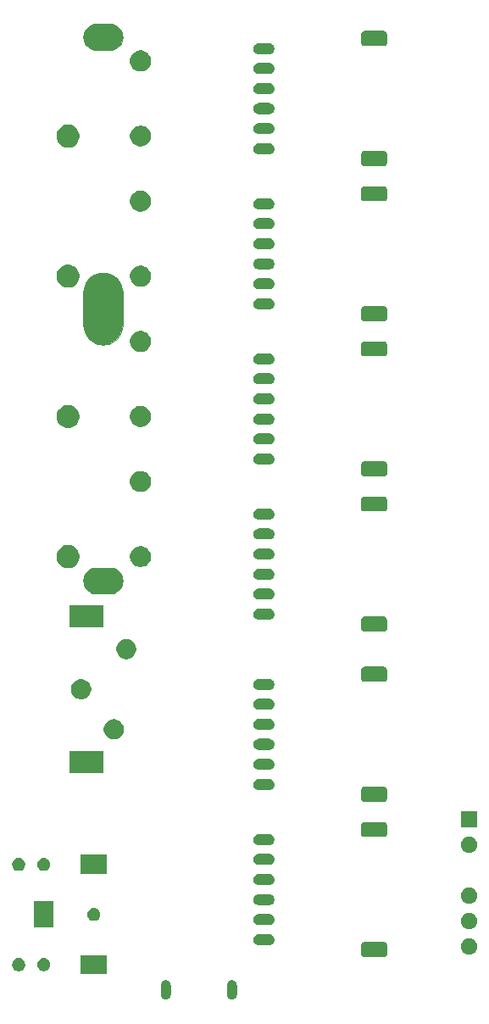
<source format=gbr>
G04 #@! TF.GenerationSoftware,KiCad,Pcbnew,(5.1.4-0-10_14)*
G04 #@! TF.CreationDate,2019-11-13T23:07:47+01:00*
G04 #@! TF.ProjectId,audio-mixer,61756469-6f2d-46d6-9978-65722e6b6963,rev?*
G04 #@! TF.SameCoordinates,Original*
G04 #@! TF.FileFunction,Soldermask,Bot*
G04 #@! TF.FilePolarity,Negative*
%FSLAX46Y46*%
G04 Gerber Fmt 4.6, Leading zero omitted, Abs format (unit mm)*
G04 Created by KiCad (PCBNEW (5.1.4-0-10_14)) date 2019-11-13 23:07:47*
%MOMM*%
%LPD*%
G04 APERTURE LIST*
%ADD10C,0.002000*%
%ADD11C,0.100000*%
G04 APERTURE END LIST*
D10*
G36*
X90973000Y-48650000D02*
G01*
X90997000Y-48955000D01*
X91069000Y-49253000D01*
X91186000Y-49536000D01*
X91346000Y-49797000D01*
X91545000Y-50030000D01*
X91778000Y-50229000D01*
X92039000Y-50389000D01*
X92322000Y-50506000D01*
X92620000Y-50578000D01*
X92925000Y-50602000D01*
X93230000Y-50578000D01*
X93528000Y-50506000D01*
X93811000Y-50389000D01*
X94072000Y-50229000D01*
X94305000Y-50030000D01*
X94504000Y-49797000D01*
X94664000Y-49536000D01*
X94781000Y-49253000D01*
X94853000Y-48955000D01*
X94877000Y-48650000D01*
X94877000Y-45350000D01*
X94853000Y-45045000D01*
X94781000Y-44747000D01*
X94664000Y-44464000D01*
X94504000Y-44203000D01*
X94305000Y-43970000D01*
X94072000Y-43771000D01*
X93811000Y-43611000D01*
X93528000Y-43494000D01*
X93230000Y-43422000D01*
X92925000Y-43398000D01*
X92620000Y-43422000D01*
X92322000Y-43494000D01*
X92039000Y-43611000D01*
X91778000Y-43771000D01*
X91545000Y-43970000D01*
X91346000Y-44203000D01*
X91186000Y-44464000D01*
X91069000Y-44747000D01*
X90997000Y-45045000D01*
X90973000Y-45350000D01*
X90973000Y-48650000D01*
G37*
X90973000Y-48650000D02*
X90997000Y-48955000D01*
X91069000Y-49253000D01*
X91186000Y-49536000D01*
X91346000Y-49797000D01*
X91545000Y-50030000D01*
X91778000Y-50229000D01*
X92039000Y-50389000D01*
X92322000Y-50506000D01*
X92620000Y-50578000D01*
X92925000Y-50602000D01*
X93230000Y-50578000D01*
X93528000Y-50506000D01*
X93811000Y-50389000D01*
X94072000Y-50229000D01*
X94305000Y-50030000D01*
X94504000Y-49797000D01*
X94664000Y-49536000D01*
X94781000Y-49253000D01*
X94853000Y-48955000D01*
X94877000Y-48650000D01*
X94877000Y-45350000D01*
X94853000Y-45045000D01*
X94781000Y-44747000D01*
X94664000Y-44464000D01*
X94504000Y-44203000D01*
X94305000Y-43970000D01*
X94072000Y-43771000D01*
X93811000Y-43611000D01*
X93528000Y-43494000D01*
X93230000Y-43422000D01*
X92925000Y-43398000D01*
X92620000Y-43422000D01*
X92322000Y-43494000D01*
X92039000Y-43611000D01*
X91778000Y-43771000D01*
X91545000Y-43970000D01*
X91346000Y-44203000D01*
X91186000Y-44464000D01*
X91069000Y-44747000D01*
X90997000Y-45045000D01*
X90973000Y-45350000D01*
X90973000Y-48650000D01*
G36*
X92275000Y-18548000D02*
G01*
X92071000Y-18564000D01*
X91873000Y-18612000D01*
X91684000Y-18690000D01*
X91510000Y-18797000D01*
X91355000Y-18930000D01*
X91222000Y-19085000D01*
X91115000Y-19259000D01*
X91037000Y-19448000D01*
X90989000Y-19646000D01*
X90973000Y-19850000D01*
X90989000Y-20054000D01*
X91037000Y-20252000D01*
X91115000Y-20441000D01*
X91222000Y-20615000D01*
X91355000Y-20770000D01*
X91510000Y-20903000D01*
X91684000Y-21010000D01*
X91873000Y-21088000D01*
X92071000Y-21136000D01*
X92275000Y-21152000D01*
X93575000Y-21152000D01*
X93779000Y-21136000D01*
X93977000Y-21088000D01*
X94166000Y-21010000D01*
X94340000Y-20903000D01*
X94495000Y-20770000D01*
X94628000Y-20615000D01*
X94735000Y-20441000D01*
X94813000Y-20252000D01*
X94861000Y-20054000D01*
X94877000Y-19850000D01*
X94861000Y-19646000D01*
X94813000Y-19448000D01*
X94735000Y-19259000D01*
X94628000Y-19085000D01*
X94495000Y-18930000D01*
X94340000Y-18797000D01*
X94166000Y-18690000D01*
X93977000Y-18612000D01*
X93779000Y-18564000D01*
X93575000Y-18548000D01*
X92275000Y-18548000D01*
G37*
X92275000Y-18548000D02*
X92071000Y-18564000D01*
X91873000Y-18612000D01*
X91684000Y-18690000D01*
X91510000Y-18797000D01*
X91355000Y-18930000D01*
X91222000Y-19085000D01*
X91115000Y-19259000D01*
X91037000Y-19448000D01*
X90989000Y-19646000D01*
X90973000Y-19850000D01*
X90989000Y-20054000D01*
X91037000Y-20252000D01*
X91115000Y-20441000D01*
X91222000Y-20615000D01*
X91355000Y-20770000D01*
X91510000Y-20903000D01*
X91684000Y-21010000D01*
X91873000Y-21088000D01*
X92071000Y-21136000D01*
X92275000Y-21152000D01*
X93575000Y-21152000D01*
X93779000Y-21136000D01*
X93977000Y-21088000D01*
X94166000Y-21010000D01*
X94340000Y-20903000D01*
X94495000Y-20770000D01*
X94628000Y-20615000D01*
X94735000Y-20441000D01*
X94813000Y-20252000D01*
X94861000Y-20054000D01*
X94877000Y-19850000D01*
X94861000Y-19646000D01*
X94813000Y-19448000D01*
X94735000Y-19259000D01*
X94628000Y-19085000D01*
X94495000Y-18930000D01*
X94340000Y-18797000D01*
X94166000Y-18690000D01*
X93977000Y-18612000D01*
X93779000Y-18564000D01*
X93575000Y-18548000D01*
X92275000Y-18548000D01*
G36*
X92275000Y-72848000D02*
G01*
X92071000Y-72864000D01*
X91873000Y-72912000D01*
X91684000Y-72990000D01*
X91510000Y-73097000D01*
X91355000Y-73230000D01*
X91222000Y-73385000D01*
X91115000Y-73559000D01*
X91037000Y-73748000D01*
X90989000Y-73946000D01*
X90973000Y-74150000D01*
X90989000Y-74354000D01*
X91037000Y-74552000D01*
X91115000Y-74741000D01*
X91222000Y-74915000D01*
X91355000Y-75070000D01*
X91510000Y-75203000D01*
X91684000Y-75310000D01*
X91873000Y-75388000D01*
X92071000Y-75436000D01*
X92275000Y-75452000D01*
X93575000Y-75452000D01*
X93779000Y-75436000D01*
X93977000Y-75388000D01*
X94166000Y-75310000D01*
X94340000Y-75203000D01*
X94495000Y-75070000D01*
X94628000Y-74915000D01*
X94735000Y-74741000D01*
X94813000Y-74552000D01*
X94861000Y-74354000D01*
X94877000Y-74150000D01*
X94861000Y-73946000D01*
X94813000Y-73748000D01*
X94735000Y-73559000D01*
X94628000Y-73385000D01*
X94495000Y-73230000D01*
X94340000Y-73097000D01*
X94166000Y-72990000D01*
X93977000Y-72912000D01*
X93779000Y-72864000D01*
X93575000Y-72848000D01*
X92275000Y-72848000D01*
G37*
X92275000Y-72848000D02*
X92071000Y-72864000D01*
X91873000Y-72912000D01*
X91684000Y-72990000D01*
X91510000Y-73097000D01*
X91355000Y-73230000D01*
X91222000Y-73385000D01*
X91115000Y-73559000D01*
X91037000Y-73748000D01*
X90989000Y-73946000D01*
X90973000Y-74150000D01*
X90989000Y-74354000D01*
X91037000Y-74552000D01*
X91115000Y-74741000D01*
X91222000Y-74915000D01*
X91355000Y-75070000D01*
X91510000Y-75203000D01*
X91684000Y-75310000D01*
X91873000Y-75388000D01*
X92071000Y-75436000D01*
X92275000Y-75452000D01*
X93575000Y-75452000D01*
X93779000Y-75436000D01*
X93977000Y-75388000D01*
X94166000Y-75310000D01*
X94340000Y-75203000D01*
X94495000Y-75070000D01*
X94628000Y-74915000D01*
X94735000Y-74741000D01*
X94813000Y-74552000D01*
X94861000Y-74354000D01*
X94877000Y-74150000D01*
X94861000Y-73946000D01*
X94813000Y-73748000D01*
X94735000Y-73559000D01*
X94628000Y-73385000D01*
X94495000Y-73230000D01*
X94340000Y-73097000D01*
X94166000Y-72990000D01*
X93977000Y-72912000D01*
X93779000Y-72864000D01*
X93575000Y-72848000D01*
X92275000Y-72848000D01*
D11*
G36*
X105898212Y-114056249D02*
G01*
X105992651Y-114084897D01*
X106079687Y-114131418D01*
X106155975Y-114194025D01*
X106218582Y-114270313D01*
X106265103Y-114357348D01*
X106293751Y-114451787D01*
X106301000Y-114525388D01*
X106301000Y-115474612D01*
X106293751Y-115548213D01*
X106265103Y-115642652D01*
X106218582Y-115729687D01*
X106155975Y-115805975D01*
X106079687Y-115868582D01*
X105992652Y-115915103D01*
X105898213Y-115943751D01*
X105800000Y-115953424D01*
X105701788Y-115943751D01*
X105607349Y-115915103D01*
X105520314Y-115868582D01*
X105444026Y-115805975D01*
X105381419Y-115729687D01*
X105334898Y-115642652D01*
X105306250Y-115548213D01*
X105299001Y-115474612D01*
X105299001Y-115474610D01*
X105299000Y-115474600D01*
X105299000Y-114525389D01*
X105306249Y-114451788D01*
X105334897Y-114357349D01*
X105381418Y-114270313D01*
X105444025Y-114194025D01*
X105520313Y-114131418D01*
X105607348Y-114084897D01*
X105701787Y-114056249D01*
X105800000Y-114046576D01*
X105898212Y-114056249D01*
X105898212Y-114056249D01*
G37*
G36*
X99298212Y-114056249D02*
G01*
X99392651Y-114084897D01*
X99479687Y-114131418D01*
X99555975Y-114194025D01*
X99618582Y-114270313D01*
X99665103Y-114357348D01*
X99693751Y-114451787D01*
X99701000Y-114525388D01*
X99701000Y-115474612D01*
X99693751Y-115548213D01*
X99665103Y-115642652D01*
X99618582Y-115729687D01*
X99555975Y-115805975D01*
X99479687Y-115868582D01*
X99392652Y-115915103D01*
X99298213Y-115943751D01*
X99200000Y-115953424D01*
X99101788Y-115943751D01*
X99007349Y-115915103D01*
X98920314Y-115868582D01*
X98844026Y-115805975D01*
X98781419Y-115729687D01*
X98734898Y-115642652D01*
X98706250Y-115548213D01*
X98699001Y-115474612D01*
X98699001Y-115474610D01*
X98699000Y-115474600D01*
X98699000Y-114525389D01*
X98706249Y-114451788D01*
X98734897Y-114357349D01*
X98781418Y-114270313D01*
X98844025Y-114194025D01*
X98920313Y-114131418D01*
X99007348Y-114084897D01*
X99101787Y-114056249D01*
X99200000Y-114046576D01*
X99298212Y-114056249D01*
X99298212Y-114056249D01*
G37*
G36*
X93301000Y-113451000D02*
G01*
X90699000Y-113451000D01*
X90699000Y-111549000D01*
X93301000Y-111549000D01*
X93301000Y-113451000D01*
X93301000Y-113451000D01*
G37*
G36*
X84689890Y-111874017D02*
G01*
X84808364Y-111923091D01*
X84914988Y-111994335D01*
X85005665Y-112085012D01*
X85076909Y-112191636D01*
X85125983Y-112310110D01*
X85151000Y-112435882D01*
X85151000Y-112564118D01*
X85125983Y-112689890D01*
X85076909Y-112808364D01*
X85005665Y-112914988D01*
X84914988Y-113005665D01*
X84808364Y-113076909D01*
X84808363Y-113076910D01*
X84808362Y-113076910D01*
X84689890Y-113125983D01*
X84564119Y-113151000D01*
X84435881Y-113151000D01*
X84310110Y-113125983D01*
X84191638Y-113076910D01*
X84191637Y-113076910D01*
X84191636Y-113076909D01*
X84085012Y-113005665D01*
X83994335Y-112914988D01*
X83923091Y-112808364D01*
X83874017Y-112689890D01*
X83849000Y-112564118D01*
X83849000Y-112435882D01*
X83874017Y-112310110D01*
X83923091Y-112191636D01*
X83994335Y-112085012D01*
X84085012Y-111994335D01*
X84191636Y-111923091D01*
X84310110Y-111874017D01*
X84435881Y-111849000D01*
X84564119Y-111849000D01*
X84689890Y-111874017D01*
X84689890Y-111874017D01*
G37*
G36*
X87189890Y-111874017D02*
G01*
X87308364Y-111923091D01*
X87414988Y-111994335D01*
X87505665Y-112085012D01*
X87576909Y-112191636D01*
X87625983Y-112310110D01*
X87651000Y-112435882D01*
X87651000Y-112564118D01*
X87625983Y-112689890D01*
X87576909Y-112808364D01*
X87505665Y-112914988D01*
X87414988Y-113005665D01*
X87308364Y-113076909D01*
X87308363Y-113076910D01*
X87308362Y-113076910D01*
X87189890Y-113125983D01*
X87064119Y-113151000D01*
X86935881Y-113151000D01*
X86810110Y-113125983D01*
X86691638Y-113076910D01*
X86691637Y-113076910D01*
X86691636Y-113076909D01*
X86585012Y-113005665D01*
X86494335Y-112914988D01*
X86423091Y-112808364D01*
X86374017Y-112689890D01*
X86349000Y-112564118D01*
X86349000Y-112435882D01*
X86374017Y-112310110D01*
X86423091Y-112191636D01*
X86494335Y-112085012D01*
X86585012Y-111994335D01*
X86691636Y-111923091D01*
X86810110Y-111874017D01*
X86935881Y-111849000D01*
X87064119Y-111849000D01*
X87189890Y-111874017D01*
X87189890Y-111874017D01*
G37*
G36*
X121032021Y-110256011D02*
G01*
X121094571Y-110274985D01*
X121152212Y-110305795D01*
X121202738Y-110347262D01*
X121244205Y-110397788D01*
X121275015Y-110455429D01*
X121293989Y-110517979D01*
X121301000Y-110589164D01*
X121301000Y-111410836D01*
X121293989Y-111482021D01*
X121275015Y-111544571D01*
X121244205Y-111602212D01*
X121202738Y-111652738D01*
X121152212Y-111694205D01*
X121094571Y-111725015D01*
X121032021Y-111743989D01*
X120960836Y-111751000D01*
X119039164Y-111751000D01*
X118967979Y-111743989D01*
X118905429Y-111725015D01*
X118847788Y-111694205D01*
X118797262Y-111652738D01*
X118755795Y-111602212D01*
X118724985Y-111544571D01*
X118706011Y-111482021D01*
X118699000Y-111410836D01*
X118699000Y-110589164D01*
X118706011Y-110517979D01*
X118724985Y-110455429D01*
X118755795Y-110397788D01*
X118797262Y-110347262D01*
X118847788Y-110305795D01*
X118905429Y-110274985D01*
X118967979Y-110256011D01*
X119039164Y-110249000D01*
X120960836Y-110249000D01*
X121032021Y-110256011D01*
X121032021Y-110256011D01*
G37*
G36*
X129733642Y-109929781D02*
G01*
X129879414Y-109990162D01*
X129879416Y-109990163D01*
X130010608Y-110077822D01*
X130122178Y-110189392D01*
X130199955Y-110305795D01*
X130209838Y-110320586D01*
X130270219Y-110466358D01*
X130301000Y-110621107D01*
X130301000Y-110778893D01*
X130270219Y-110933642D01*
X130209838Y-111079414D01*
X130209837Y-111079416D01*
X130122178Y-111210608D01*
X130010608Y-111322178D01*
X129879416Y-111409837D01*
X129879415Y-111409838D01*
X129879414Y-111409838D01*
X129733642Y-111470219D01*
X129578893Y-111501000D01*
X129421107Y-111501000D01*
X129266358Y-111470219D01*
X129120586Y-111409838D01*
X129120585Y-111409838D01*
X129120584Y-111409837D01*
X128989392Y-111322178D01*
X128877822Y-111210608D01*
X128790163Y-111079416D01*
X128790162Y-111079414D01*
X128729781Y-110933642D01*
X128699000Y-110778893D01*
X128699000Y-110621107D01*
X128729781Y-110466358D01*
X128790162Y-110320586D01*
X128800045Y-110305795D01*
X128877822Y-110189392D01*
X128989392Y-110077822D01*
X129120584Y-109990163D01*
X129120586Y-109990162D01*
X129266358Y-109929781D01*
X129421107Y-109899000D01*
X129578893Y-109899000D01*
X129733642Y-109929781D01*
X129733642Y-109929781D01*
G37*
G36*
X109608015Y-109456973D02*
G01*
X109711879Y-109488479D01*
X109739055Y-109503005D01*
X109807600Y-109539643D01*
X109891501Y-109608499D01*
X109960357Y-109692400D01*
X109996995Y-109760945D01*
X110011521Y-109788121D01*
X110043027Y-109891985D01*
X110053666Y-110000000D01*
X110043027Y-110108015D01*
X110011521Y-110211879D01*
X110011519Y-110211882D01*
X109960357Y-110307600D01*
X109891501Y-110391501D01*
X109807600Y-110460357D01*
X109739055Y-110496995D01*
X109711879Y-110511521D01*
X109608015Y-110543027D01*
X109527067Y-110551000D01*
X108472933Y-110551000D01*
X108391985Y-110543027D01*
X108288121Y-110511521D01*
X108260945Y-110496995D01*
X108192400Y-110460357D01*
X108108499Y-110391501D01*
X108039643Y-110307600D01*
X107988481Y-110211882D01*
X107988479Y-110211879D01*
X107956973Y-110108015D01*
X107946334Y-110000000D01*
X107956973Y-109891985D01*
X107988479Y-109788121D01*
X108003005Y-109760945D01*
X108039643Y-109692400D01*
X108108499Y-109608499D01*
X108192400Y-109539643D01*
X108260945Y-109503005D01*
X108288121Y-109488479D01*
X108391985Y-109456973D01*
X108472933Y-109449000D01*
X109527067Y-109449000D01*
X109608015Y-109456973D01*
X109608015Y-109456973D01*
G37*
G36*
X129733642Y-107389781D02*
G01*
X129879414Y-107450162D01*
X129879416Y-107450163D01*
X130010608Y-107537822D01*
X130122178Y-107649392D01*
X130209837Y-107780584D01*
X130209838Y-107780586D01*
X130270219Y-107926358D01*
X130301000Y-108081107D01*
X130301000Y-108238893D01*
X130270219Y-108393642D01*
X130209838Y-108539414D01*
X130209837Y-108539416D01*
X130122178Y-108670608D01*
X130010608Y-108782178D01*
X129879416Y-108869837D01*
X129879415Y-108869838D01*
X129879414Y-108869838D01*
X129733642Y-108930219D01*
X129578893Y-108961000D01*
X129421107Y-108961000D01*
X129266358Y-108930219D01*
X129120586Y-108869838D01*
X129120585Y-108869838D01*
X129120584Y-108869837D01*
X128989392Y-108782178D01*
X128877822Y-108670608D01*
X128790163Y-108539416D01*
X128790162Y-108539414D01*
X128729781Y-108393642D01*
X128699000Y-108238893D01*
X128699000Y-108081107D01*
X128729781Y-107926358D01*
X128790162Y-107780586D01*
X128790163Y-107780584D01*
X128877822Y-107649392D01*
X128989392Y-107537822D01*
X129120584Y-107450163D01*
X129120586Y-107450162D01*
X129266358Y-107389781D01*
X129421107Y-107359000D01*
X129578893Y-107359000D01*
X129733642Y-107389781D01*
X129733642Y-107389781D01*
G37*
G36*
X87951000Y-108801000D02*
G01*
X86049000Y-108801000D01*
X86049000Y-106199000D01*
X87951000Y-106199000D01*
X87951000Y-108801000D01*
X87951000Y-108801000D01*
G37*
G36*
X109608015Y-107456973D02*
G01*
X109711879Y-107488479D01*
X109739055Y-107503005D01*
X109807600Y-107539643D01*
X109891501Y-107608499D01*
X109960357Y-107692400D01*
X109996995Y-107760945D01*
X110011521Y-107788121D01*
X110043027Y-107891985D01*
X110053666Y-108000000D01*
X110043027Y-108108015D01*
X110011521Y-108211879D01*
X110011519Y-108211882D01*
X109960357Y-108307600D01*
X109891501Y-108391501D01*
X109807600Y-108460357D01*
X109739055Y-108496995D01*
X109711879Y-108511521D01*
X109608015Y-108543027D01*
X109527067Y-108551000D01*
X108472933Y-108551000D01*
X108391985Y-108543027D01*
X108288121Y-108511521D01*
X108260945Y-108496995D01*
X108192400Y-108460357D01*
X108108499Y-108391501D01*
X108039643Y-108307600D01*
X107988481Y-108211882D01*
X107988479Y-108211879D01*
X107956973Y-108108015D01*
X107946334Y-108000000D01*
X107956973Y-107891985D01*
X107988479Y-107788121D01*
X108003005Y-107760945D01*
X108039643Y-107692400D01*
X108108499Y-107608499D01*
X108192400Y-107539643D01*
X108260945Y-107503005D01*
X108288121Y-107488479D01*
X108391985Y-107456973D01*
X108472933Y-107449000D01*
X109527067Y-107449000D01*
X109608015Y-107456973D01*
X109608015Y-107456973D01*
G37*
G36*
X92189890Y-106874017D02*
G01*
X92308364Y-106923091D01*
X92414988Y-106994335D01*
X92505665Y-107085012D01*
X92576909Y-107191636D01*
X92625983Y-107310110D01*
X92651000Y-107435882D01*
X92651000Y-107564118D01*
X92625983Y-107689890D01*
X92576909Y-107808364D01*
X92505665Y-107914988D01*
X92414988Y-108005665D01*
X92308364Y-108076909D01*
X92308363Y-108076910D01*
X92308362Y-108076910D01*
X92189890Y-108125983D01*
X92064119Y-108151000D01*
X91935881Y-108151000D01*
X91810110Y-108125983D01*
X91691638Y-108076910D01*
X91691637Y-108076910D01*
X91691636Y-108076909D01*
X91585012Y-108005665D01*
X91494335Y-107914988D01*
X91423091Y-107808364D01*
X91374017Y-107689890D01*
X91349000Y-107564118D01*
X91349000Y-107435882D01*
X91374017Y-107310110D01*
X91423091Y-107191636D01*
X91494335Y-107085012D01*
X91585012Y-106994335D01*
X91691636Y-106923091D01*
X91810110Y-106874017D01*
X91935881Y-106849000D01*
X92064119Y-106849000D01*
X92189890Y-106874017D01*
X92189890Y-106874017D01*
G37*
G36*
X109608015Y-105456973D02*
G01*
X109711879Y-105488479D01*
X109739055Y-105503005D01*
X109807600Y-105539643D01*
X109891501Y-105608499D01*
X109960357Y-105692400D01*
X109996995Y-105760945D01*
X110011521Y-105788121D01*
X110043027Y-105891985D01*
X110053666Y-106000000D01*
X110043027Y-106108015D01*
X110011521Y-106211879D01*
X110011519Y-106211882D01*
X109960357Y-106307600D01*
X109891501Y-106391501D01*
X109807600Y-106460357D01*
X109739055Y-106496995D01*
X109711879Y-106511521D01*
X109608015Y-106543027D01*
X109527067Y-106551000D01*
X108472933Y-106551000D01*
X108391985Y-106543027D01*
X108288121Y-106511521D01*
X108260945Y-106496995D01*
X108192400Y-106460357D01*
X108108499Y-106391501D01*
X108039643Y-106307600D01*
X107988481Y-106211882D01*
X107988479Y-106211879D01*
X107956973Y-106108015D01*
X107946334Y-106000000D01*
X107956973Y-105891985D01*
X107988479Y-105788121D01*
X108003005Y-105760945D01*
X108039643Y-105692400D01*
X108108499Y-105608499D01*
X108192400Y-105539643D01*
X108260945Y-105503005D01*
X108288121Y-105488479D01*
X108391985Y-105456973D01*
X108472933Y-105449000D01*
X109527067Y-105449000D01*
X109608015Y-105456973D01*
X109608015Y-105456973D01*
G37*
G36*
X129733642Y-104849781D02*
G01*
X129879414Y-104910162D01*
X129879416Y-104910163D01*
X130010608Y-104997822D01*
X130122178Y-105109392D01*
X130209837Y-105240584D01*
X130209838Y-105240586D01*
X130270219Y-105386358D01*
X130301000Y-105541107D01*
X130301000Y-105698893D01*
X130270219Y-105853642D01*
X130209838Y-105999414D01*
X130209837Y-105999416D01*
X130122178Y-106130608D01*
X130010608Y-106242178D01*
X129879416Y-106329837D01*
X129879415Y-106329838D01*
X129879414Y-106329838D01*
X129733642Y-106390219D01*
X129578893Y-106421000D01*
X129421107Y-106421000D01*
X129266358Y-106390219D01*
X129120586Y-106329838D01*
X129120585Y-106329838D01*
X129120584Y-106329837D01*
X128989392Y-106242178D01*
X128877822Y-106130608D01*
X128790163Y-105999416D01*
X128790162Y-105999414D01*
X128729781Y-105853642D01*
X128699000Y-105698893D01*
X128699000Y-105541107D01*
X128729781Y-105386358D01*
X128790162Y-105240586D01*
X128790163Y-105240584D01*
X128877822Y-105109392D01*
X128989392Y-104997822D01*
X129120584Y-104910163D01*
X129120586Y-104910162D01*
X129266358Y-104849781D01*
X129421107Y-104819000D01*
X129578893Y-104819000D01*
X129733642Y-104849781D01*
X129733642Y-104849781D01*
G37*
G36*
X109608015Y-103456973D02*
G01*
X109711879Y-103488479D01*
X109739055Y-103503005D01*
X109807600Y-103539643D01*
X109891501Y-103608499D01*
X109960357Y-103692400D01*
X109996995Y-103760945D01*
X110011521Y-103788121D01*
X110043027Y-103891985D01*
X110053666Y-104000000D01*
X110043027Y-104108015D01*
X110011521Y-104211879D01*
X110011519Y-104211882D01*
X109960357Y-104307600D01*
X109891501Y-104391501D01*
X109807600Y-104460357D01*
X109739055Y-104496995D01*
X109711879Y-104511521D01*
X109608015Y-104543027D01*
X109527067Y-104551000D01*
X108472933Y-104551000D01*
X108391985Y-104543027D01*
X108288121Y-104511521D01*
X108260945Y-104496995D01*
X108192400Y-104460357D01*
X108108499Y-104391501D01*
X108039643Y-104307600D01*
X107988481Y-104211882D01*
X107988479Y-104211879D01*
X107956973Y-104108015D01*
X107946334Y-104000000D01*
X107956973Y-103891985D01*
X107988479Y-103788121D01*
X108003005Y-103760945D01*
X108039643Y-103692400D01*
X108108499Y-103608499D01*
X108192400Y-103539643D01*
X108260945Y-103503005D01*
X108288121Y-103488479D01*
X108391985Y-103456973D01*
X108472933Y-103449000D01*
X109527067Y-103449000D01*
X109608015Y-103456973D01*
X109608015Y-103456973D01*
G37*
G36*
X93301000Y-103451000D02*
G01*
X90699000Y-103451000D01*
X90699000Y-101549000D01*
X93301000Y-101549000D01*
X93301000Y-103451000D01*
X93301000Y-103451000D01*
G37*
G36*
X87189890Y-101874017D02*
G01*
X87308364Y-101923091D01*
X87414988Y-101994335D01*
X87505665Y-102085012D01*
X87576909Y-102191636D01*
X87625983Y-102310110D01*
X87651000Y-102435882D01*
X87651000Y-102564118D01*
X87625983Y-102689890D01*
X87576909Y-102808364D01*
X87505665Y-102914988D01*
X87414988Y-103005665D01*
X87308364Y-103076909D01*
X87308363Y-103076910D01*
X87308362Y-103076910D01*
X87189890Y-103125983D01*
X87064119Y-103151000D01*
X86935881Y-103151000D01*
X86810110Y-103125983D01*
X86691638Y-103076910D01*
X86691637Y-103076910D01*
X86691636Y-103076909D01*
X86585012Y-103005665D01*
X86494335Y-102914988D01*
X86423091Y-102808364D01*
X86374017Y-102689890D01*
X86349000Y-102564118D01*
X86349000Y-102435882D01*
X86374017Y-102310110D01*
X86423091Y-102191636D01*
X86494335Y-102085012D01*
X86585012Y-101994335D01*
X86691636Y-101923091D01*
X86810110Y-101874017D01*
X86935881Y-101849000D01*
X87064119Y-101849000D01*
X87189890Y-101874017D01*
X87189890Y-101874017D01*
G37*
G36*
X84689890Y-101874017D02*
G01*
X84808364Y-101923091D01*
X84914988Y-101994335D01*
X85005665Y-102085012D01*
X85076909Y-102191636D01*
X85125983Y-102310110D01*
X85151000Y-102435882D01*
X85151000Y-102564118D01*
X85125983Y-102689890D01*
X85076909Y-102808364D01*
X85005665Y-102914988D01*
X84914988Y-103005665D01*
X84808364Y-103076909D01*
X84808363Y-103076910D01*
X84808362Y-103076910D01*
X84689890Y-103125983D01*
X84564119Y-103151000D01*
X84435881Y-103151000D01*
X84310110Y-103125983D01*
X84191638Y-103076910D01*
X84191637Y-103076910D01*
X84191636Y-103076909D01*
X84085012Y-103005665D01*
X83994335Y-102914988D01*
X83923091Y-102808364D01*
X83874017Y-102689890D01*
X83849000Y-102564118D01*
X83849000Y-102435882D01*
X83874017Y-102310110D01*
X83923091Y-102191636D01*
X83994335Y-102085012D01*
X84085012Y-101994335D01*
X84191636Y-101923091D01*
X84310110Y-101874017D01*
X84435881Y-101849000D01*
X84564119Y-101849000D01*
X84689890Y-101874017D01*
X84689890Y-101874017D01*
G37*
G36*
X109608015Y-101456973D02*
G01*
X109711879Y-101488479D01*
X109739055Y-101503005D01*
X109807600Y-101539643D01*
X109891501Y-101608499D01*
X109960357Y-101692400D01*
X109996995Y-101760945D01*
X110011521Y-101788121D01*
X110043027Y-101891985D01*
X110053666Y-102000000D01*
X110043027Y-102108015D01*
X110011521Y-102211879D01*
X110011519Y-102211882D01*
X109960357Y-102307600D01*
X109891501Y-102391501D01*
X109807600Y-102460357D01*
X109739055Y-102496995D01*
X109711879Y-102511521D01*
X109608015Y-102543027D01*
X109527067Y-102551000D01*
X108472933Y-102551000D01*
X108391985Y-102543027D01*
X108288121Y-102511521D01*
X108260945Y-102496995D01*
X108192400Y-102460357D01*
X108108499Y-102391501D01*
X108039643Y-102307600D01*
X107988481Y-102211882D01*
X107988479Y-102211879D01*
X107956973Y-102108015D01*
X107946334Y-102000000D01*
X107956973Y-101891985D01*
X107988479Y-101788121D01*
X108003005Y-101760945D01*
X108039643Y-101692400D01*
X108108499Y-101608499D01*
X108192400Y-101539643D01*
X108260945Y-101503005D01*
X108288121Y-101488479D01*
X108391985Y-101456973D01*
X108472933Y-101449000D01*
X109527067Y-101449000D01*
X109608015Y-101456973D01*
X109608015Y-101456973D01*
G37*
G36*
X129733642Y-99769781D02*
G01*
X129879414Y-99830162D01*
X129879416Y-99830163D01*
X130010608Y-99917822D01*
X130122178Y-100029392D01*
X130209837Y-100160584D01*
X130209838Y-100160586D01*
X130270219Y-100306358D01*
X130301000Y-100461107D01*
X130301000Y-100618893D01*
X130270219Y-100773642D01*
X130209838Y-100919414D01*
X130209837Y-100919416D01*
X130122178Y-101050608D01*
X130010608Y-101162178D01*
X129879416Y-101249837D01*
X129879415Y-101249838D01*
X129879414Y-101249838D01*
X129733642Y-101310219D01*
X129578893Y-101341000D01*
X129421107Y-101341000D01*
X129266358Y-101310219D01*
X129120586Y-101249838D01*
X129120585Y-101249838D01*
X129120584Y-101249837D01*
X128989392Y-101162178D01*
X128877822Y-101050608D01*
X128790163Y-100919416D01*
X128790162Y-100919414D01*
X128729781Y-100773642D01*
X128699000Y-100618893D01*
X128699000Y-100461107D01*
X128729781Y-100306358D01*
X128790162Y-100160586D01*
X128790163Y-100160584D01*
X128877822Y-100029392D01*
X128989392Y-99917822D01*
X129120584Y-99830163D01*
X129120586Y-99830162D01*
X129266358Y-99769781D01*
X129421107Y-99739000D01*
X129578893Y-99739000D01*
X129733642Y-99769781D01*
X129733642Y-99769781D01*
G37*
G36*
X109608015Y-99456973D02*
G01*
X109711879Y-99488479D01*
X109739055Y-99503005D01*
X109807600Y-99539643D01*
X109891501Y-99608499D01*
X109960357Y-99692400D01*
X109991679Y-99751000D01*
X110011521Y-99788121D01*
X110043027Y-99891985D01*
X110053666Y-100000000D01*
X110043027Y-100108015D01*
X110011521Y-100211879D01*
X110011519Y-100211882D01*
X109960357Y-100307600D01*
X109891501Y-100391501D01*
X109807600Y-100460357D01*
X109739055Y-100496995D01*
X109711879Y-100511521D01*
X109608015Y-100543027D01*
X109527067Y-100551000D01*
X108472933Y-100551000D01*
X108391985Y-100543027D01*
X108288121Y-100511521D01*
X108260945Y-100496995D01*
X108192400Y-100460357D01*
X108108499Y-100391501D01*
X108039643Y-100307600D01*
X107988481Y-100211882D01*
X107988479Y-100211879D01*
X107956973Y-100108015D01*
X107946334Y-100000000D01*
X107956973Y-99891985D01*
X107988479Y-99788121D01*
X108008321Y-99751000D01*
X108039643Y-99692400D01*
X108108499Y-99608499D01*
X108192400Y-99539643D01*
X108260945Y-99503005D01*
X108288121Y-99488479D01*
X108391985Y-99456973D01*
X108472933Y-99449000D01*
X109527067Y-99449000D01*
X109608015Y-99456973D01*
X109608015Y-99456973D01*
G37*
G36*
X121032021Y-98256011D02*
G01*
X121094571Y-98274985D01*
X121152212Y-98305795D01*
X121202738Y-98347262D01*
X121244205Y-98397788D01*
X121275015Y-98455429D01*
X121293989Y-98517979D01*
X121301000Y-98589164D01*
X121301000Y-99410836D01*
X121293989Y-99482021D01*
X121275015Y-99544571D01*
X121244205Y-99602212D01*
X121202738Y-99652738D01*
X121152212Y-99694205D01*
X121094571Y-99725015D01*
X121032021Y-99743989D01*
X120960836Y-99751000D01*
X119039164Y-99751000D01*
X118967979Y-99743989D01*
X118905429Y-99725015D01*
X118847788Y-99694205D01*
X118797262Y-99652738D01*
X118755795Y-99602212D01*
X118724985Y-99544571D01*
X118706011Y-99482021D01*
X118699000Y-99410836D01*
X118699000Y-98589164D01*
X118706011Y-98517979D01*
X118724985Y-98455429D01*
X118755795Y-98397788D01*
X118797262Y-98347262D01*
X118847788Y-98305795D01*
X118905429Y-98274985D01*
X118967979Y-98256011D01*
X119039164Y-98249000D01*
X120960836Y-98249000D01*
X121032021Y-98256011D01*
X121032021Y-98256011D01*
G37*
G36*
X130301000Y-98801000D02*
G01*
X128699000Y-98801000D01*
X128699000Y-97199000D01*
X130301000Y-97199000D01*
X130301000Y-98801000D01*
X130301000Y-98801000D01*
G37*
G36*
X121032021Y-94756011D02*
G01*
X121094571Y-94774985D01*
X121152212Y-94805795D01*
X121202738Y-94847262D01*
X121244205Y-94897788D01*
X121275015Y-94955429D01*
X121293989Y-95017979D01*
X121301000Y-95089164D01*
X121301000Y-95910836D01*
X121293989Y-95982021D01*
X121275015Y-96044571D01*
X121244205Y-96102212D01*
X121202738Y-96152738D01*
X121152212Y-96194205D01*
X121094571Y-96225015D01*
X121032021Y-96243989D01*
X120960836Y-96251000D01*
X119039164Y-96251000D01*
X118967979Y-96243989D01*
X118905429Y-96225015D01*
X118847788Y-96194205D01*
X118797262Y-96152738D01*
X118755795Y-96102212D01*
X118724985Y-96044571D01*
X118706011Y-95982021D01*
X118699000Y-95910836D01*
X118699000Y-95089164D01*
X118706011Y-95017979D01*
X118724985Y-94955429D01*
X118755795Y-94897788D01*
X118797262Y-94847262D01*
X118847788Y-94805795D01*
X118905429Y-94774985D01*
X118967979Y-94756011D01*
X119039164Y-94749000D01*
X120960836Y-94749000D01*
X121032021Y-94756011D01*
X121032021Y-94756011D01*
G37*
G36*
X109608015Y-93956973D02*
G01*
X109711879Y-93988479D01*
X109739055Y-94003005D01*
X109807600Y-94039643D01*
X109891501Y-94108499D01*
X109960357Y-94192400D01*
X109996995Y-94260945D01*
X110011521Y-94288121D01*
X110043027Y-94391985D01*
X110053666Y-94500000D01*
X110043027Y-94608015D01*
X110011521Y-94711879D01*
X110011519Y-94711882D01*
X109960357Y-94807600D01*
X109891501Y-94891501D01*
X109807600Y-94960357D01*
X109739055Y-94996995D01*
X109711879Y-95011521D01*
X109608015Y-95043027D01*
X109527067Y-95051000D01*
X108472933Y-95051000D01*
X108391985Y-95043027D01*
X108288121Y-95011521D01*
X108260945Y-94996995D01*
X108192400Y-94960357D01*
X108108499Y-94891501D01*
X108039643Y-94807600D01*
X107988481Y-94711882D01*
X107988479Y-94711879D01*
X107956973Y-94608015D01*
X107946334Y-94500000D01*
X107956973Y-94391985D01*
X107988479Y-94288121D01*
X108003005Y-94260945D01*
X108039643Y-94192400D01*
X108108499Y-94108499D01*
X108192400Y-94039643D01*
X108260945Y-94003005D01*
X108288121Y-93988479D01*
X108391985Y-93956973D01*
X108472933Y-93949000D01*
X109527067Y-93949000D01*
X109608015Y-93956973D01*
X109608015Y-93956973D01*
G37*
G36*
X92951000Y-93351000D02*
G01*
X89549000Y-93351000D01*
X89549000Y-91149000D01*
X92951000Y-91149000D01*
X92951000Y-93351000D01*
X92951000Y-93351000D01*
G37*
G36*
X109608015Y-91956973D02*
G01*
X109711879Y-91988479D01*
X109739055Y-92003005D01*
X109807600Y-92039643D01*
X109891501Y-92108499D01*
X109960357Y-92192400D01*
X109996995Y-92260945D01*
X110011521Y-92288121D01*
X110043027Y-92391985D01*
X110053666Y-92500000D01*
X110043027Y-92608015D01*
X110011521Y-92711879D01*
X110011519Y-92711882D01*
X109960357Y-92807600D01*
X109891501Y-92891501D01*
X109807600Y-92960357D01*
X109739055Y-92996995D01*
X109711879Y-93011521D01*
X109608015Y-93043027D01*
X109527067Y-93051000D01*
X108472933Y-93051000D01*
X108391985Y-93043027D01*
X108288121Y-93011521D01*
X108260945Y-92996995D01*
X108192400Y-92960357D01*
X108108499Y-92891501D01*
X108039643Y-92807600D01*
X107988481Y-92711882D01*
X107988479Y-92711879D01*
X107956973Y-92608015D01*
X107946334Y-92500000D01*
X107956973Y-92391985D01*
X107988479Y-92288121D01*
X108003005Y-92260945D01*
X108039643Y-92192400D01*
X108108499Y-92108499D01*
X108192400Y-92039643D01*
X108260945Y-92003005D01*
X108288121Y-91988479D01*
X108391985Y-91956973D01*
X108472933Y-91949000D01*
X109527067Y-91949000D01*
X109608015Y-91956973D01*
X109608015Y-91956973D01*
G37*
G36*
X109608015Y-89956973D02*
G01*
X109711879Y-89988479D01*
X109735304Y-90001000D01*
X109807600Y-90039643D01*
X109891501Y-90108499D01*
X109960357Y-90192400D01*
X109996995Y-90260945D01*
X110011521Y-90288121D01*
X110043027Y-90391985D01*
X110053666Y-90500000D01*
X110043027Y-90608015D01*
X110011521Y-90711879D01*
X110011519Y-90711882D01*
X109960357Y-90807600D01*
X109891501Y-90891501D01*
X109807600Y-90960357D01*
X109739055Y-90996995D01*
X109711879Y-91011521D01*
X109608015Y-91043027D01*
X109527067Y-91051000D01*
X108472933Y-91051000D01*
X108391985Y-91043027D01*
X108288121Y-91011521D01*
X108260945Y-90996995D01*
X108192400Y-90960357D01*
X108108499Y-90891501D01*
X108039643Y-90807600D01*
X107988481Y-90711882D01*
X107988479Y-90711879D01*
X107956973Y-90608015D01*
X107946334Y-90500000D01*
X107956973Y-90391985D01*
X107988479Y-90288121D01*
X108003005Y-90260945D01*
X108039643Y-90192400D01*
X108108499Y-90108499D01*
X108192400Y-90039643D01*
X108264696Y-90001000D01*
X108288121Y-89988479D01*
X108391985Y-89956973D01*
X108472933Y-89949000D01*
X109527067Y-89949000D01*
X109608015Y-89956973D01*
X109608015Y-89956973D01*
G37*
G36*
X94195285Y-88018234D02*
G01*
X94291981Y-88037468D01*
X94420795Y-88090825D01*
X94463464Y-88108499D01*
X94474151Y-88112926D01*
X94638100Y-88222473D01*
X94777527Y-88361900D01*
X94887074Y-88525849D01*
X94962532Y-88708019D01*
X95001000Y-88901410D01*
X95001000Y-89098590D01*
X94962532Y-89291981D01*
X94887074Y-89474151D01*
X94777527Y-89638100D01*
X94638100Y-89777527D01*
X94474151Y-89887074D01*
X94291981Y-89962532D01*
X94098591Y-90001000D01*
X93901409Y-90001000D01*
X93708019Y-89962532D01*
X93525849Y-89887074D01*
X93361900Y-89777527D01*
X93222473Y-89638100D01*
X93112926Y-89474151D01*
X93037468Y-89291981D01*
X92999000Y-89098590D01*
X92999000Y-88901410D01*
X93037468Y-88708019D01*
X93112926Y-88525849D01*
X93222473Y-88361900D01*
X93361900Y-88222473D01*
X93525849Y-88112926D01*
X93536537Y-88108499D01*
X93579205Y-88090825D01*
X93708019Y-88037468D01*
X93804715Y-88018234D01*
X93901409Y-87999000D01*
X94098591Y-87999000D01*
X94195285Y-88018234D01*
X94195285Y-88018234D01*
G37*
G36*
X109608015Y-87956973D02*
G01*
X109711879Y-87988479D01*
X109731562Y-87999000D01*
X109807600Y-88039643D01*
X109891501Y-88108499D01*
X109960357Y-88192400D01*
X109976431Y-88222473D01*
X110011521Y-88288121D01*
X110043027Y-88391985D01*
X110053666Y-88500000D01*
X110043027Y-88608015D01*
X110011521Y-88711879D01*
X110011519Y-88711882D01*
X109960357Y-88807600D01*
X109891501Y-88891501D01*
X109807600Y-88960357D01*
X109739055Y-88996995D01*
X109711879Y-89011521D01*
X109608015Y-89043027D01*
X109527067Y-89051000D01*
X108472933Y-89051000D01*
X108391985Y-89043027D01*
X108288121Y-89011521D01*
X108260945Y-88996995D01*
X108192400Y-88960357D01*
X108108499Y-88891501D01*
X108039643Y-88807600D01*
X107988481Y-88711882D01*
X107988479Y-88711879D01*
X107956973Y-88608015D01*
X107946334Y-88500000D01*
X107956973Y-88391985D01*
X107988479Y-88288121D01*
X108023569Y-88222473D01*
X108039643Y-88192400D01*
X108108499Y-88108499D01*
X108192400Y-88039643D01*
X108268438Y-87999000D01*
X108288121Y-87988479D01*
X108391985Y-87956973D01*
X108472933Y-87949000D01*
X109527067Y-87949000D01*
X109608015Y-87956973D01*
X109608015Y-87956973D01*
G37*
G36*
X109608015Y-85956973D02*
G01*
X109711879Y-85988479D01*
X109735304Y-86001000D01*
X109807600Y-86039643D01*
X109891501Y-86108499D01*
X109960357Y-86192400D01*
X109996995Y-86260945D01*
X110011521Y-86288121D01*
X110043027Y-86391985D01*
X110053666Y-86500000D01*
X110043027Y-86608015D01*
X110011521Y-86711879D01*
X110011519Y-86711882D01*
X109960357Y-86807600D01*
X109891501Y-86891501D01*
X109807600Y-86960357D01*
X109739055Y-86996995D01*
X109711879Y-87011521D01*
X109608015Y-87043027D01*
X109527067Y-87051000D01*
X108472933Y-87051000D01*
X108391985Y-87043027D01*
X108288121Y-87011521D01*
X108260945Y-86996995D01*
X108192400Y-86960357D01*
X108108499Y-86891501D01*
X108039643Y-86807600D01*
X107988481Y-86711882D01*
X107988479Y-86711879D01*
X107956973Y-86608015D01*
X107946334Y-86500000D01*
X107956973Y-86391985D01*
X107988479Y-86288121D01*
X108003005Y-86260945D01*
X108039643Y-86192400D01*
X108108499Y-86108499D01*
X108192400Y-86039643D01*
X108264696Y-86001000D01*
X108288121Y-85988479D01*
X108391985Y-85956973D01*
X108472933Y-85949000D01*
X109527067Y-85949000D01*
X109608015Y-85956973D01*
X109608015Y-85956973D01*
G37*
G36*
X90894193Y-84008071D02*
G01*
X91041981Y-84037468D01*
X91135260Y-84076106D01*
X91213464Y-84108499D01*
X91224151Y-84112926D01*
X91388100Y-84222473D01*
X91527527Y-84361900D01*
X91637074Y-84525849D01*
X91712532Y-84708019D01*
X91751000Y-84901410D01*
X91751000Y-85098590D01*
X91712532Y-85291981D01*
X91637074Y-85474151D01*
X91527527Y-85638100D01*
X91388100Y-85777527D01*
X91224151Y-85887074D01*
X91041981Y-85962532D01*
X90945285Y-85981766D01*
X90848591Y-86001000D01*
X90651409Y-86001000D01*
X90554715Y-85981766D01*
X90458019Y-85962532D01*
X90275849Y-85887074D01*
X90111900Y-85777527D01*
X89972473Y-85638100D01*
X89862926Y-85474151D01*
X89787468Y-85291981D01*
X89749000Y-85098590D01*
X89749000Y-84901410D01*
X89787468Y-84708019D01*
X89862926Y-84525849D01*
X89972473Y-84361900D01*
X90111900Y-84222473D01*
X90275849Y-84112926D01*
X90286537Y-84108499D01*
X90364740Y-84076106D01*
X90458019Y-84037468D01*
X90605807Y-84008071D01*
X90651409Y-83999000D01*
X90848591Y-83999000D01*
X90894193Y-84008071D01*
X90894193Y-84008071D01*
G37*
G36*
X109608015Y-83956973D02*
G01*
X109711879Y-83988479D01*
X109731562Y-83999000D01*
X109807600Y-84039643D01*
X109891501Y-84108499D01*
X109960357Y-84192400D01*
X109991679Y-84251000D01*
X110011521Y-84288121D01*
X110043027Y-84391985D01*
X110053666Y-84500000D01*
X110043027Y-84608015D01*
X110011521Y-84711879D01*
X110011519Y-84711882D01*
X109960357Y-84807600D01*
X109891501Y-84891501D01*
X109807600Y-84960357D01*
X109739055Y-84996995D01*
X109711879Y-85011521D01*
X109608015Y-85043027D01*
X109527067Y-85051000D01*
X108472933Y-85051000D01*
X108391985Y-85043027D01*
X108288121Y-85011521D01*
X108260945Y-84996995D01*
X108192400Y-84960357D01*
X108108499Y-84891501D01*
X108039643Y-84807600D01*
X107988481Y-84711882D01*
X107988479Y-84711879D01*
X107956973Y-84608015D01*
X107946334Y-84500000D01*
X107956973Y-84391985D01*
X107988479Y-84288121D01*
X108008321Y-84251000D01*
X108039643Y-84192400D01*
X108108499Y-84108499D01*
X108192400Y-84039643D01*
X108268438Y-83999000D01*
X108288121Y-83988479D01*
X108391985Y-83956973D01*
X108472933Y-83949000D01*
X109527067Y-83949000D01*
X109608015Y-83956973D01*
X109608015Y-83956973D01*
G37*
G36*
X121032021Y-82756011D02*
G01*
X121094571Y-82774985D01*
X121152212Y-82805795D01*
X121202738Y-82847262D01*
X121244205Y-82897788D01*
X121275015Y-82955429D01*
X121293989Y-83017979D01*
X121301000Y-83089164D01*
X121301000Y-83910836D01*
X121293989Y-83982021D01*
X121275015Y-84044571D01*
X121244205Y-84102212D01*
X121202738Y-84152738D01*
X121152212Y-84194205D01*
X121094571Y-84225015D01*
X121032021Y-84243989D01*
X120960836Y-84251000D01*
X119039164Y-84251000D01*
X118967979Y-84243989D01*
X118905429Y-84225015D01*
X118847788Y-84194205D01*
X118797262Y-84152738D01*
X118755795Y-84102212D01*
X118724985Y-84044571D01*
X118706011Y-83982021D01*
X118699000Y-83910836D01*
X118699000Y-83089164D01*
X118706011Y-83017979D01*
X118724985Y-82955429D01*
X118755795Y-82897788D01*
X118797262Y-82847262D01*
X118847788Y-82805795D01*
X118905429Y-82774985D01*
X118967979Y-82756011D01*
X119039164Y-82749000D01*
X120960836Y-82749000D01*
X121032021Y-82756011D01*
X121032021Y-82756011D01*
G37*
G36*
X95445285Y-80018234D02*
G01*
X95541981Y-80037468D01*
X95724151Y-80112926D01*
X95888100Y-80222473D01*
X96027527Y-80361900D01*
X96137074Y-80525849D01*
X96212532Y-80708019D01*
X96251000Y-80901410D01*
X96251000Y-81098590D01*
X96212532Y-81291981D01*
X96137074Y-81474151D01*
X96027527Y-81638100D01*
X95888100Y-81777527D01*
X95724151Y-81887074D01*
X95541981Y-81962532D01*
X95445285Y-81981766D01*
X95348591Y-82001000D01*
X95151409Y-82001000D01*
X95054715Y-81981766D01*
X94958019Y-81962532D01*
X94775849Y-81887074D01*
X94611900Y-81777527D01*
X94472473Y-81638100D01*
X94362926Y-81474151D01*
X94287468Y-81291981D01*
X94249000Y-81098590D01*
X94249000Y-80901410D01*
X94287468Y-80708019D01*
X94362926Y-80525849D01*
X94472473Y-80361900D01*
X94611900Y-80222473D01*
X94775849Y-80112926D01*
X94958019Y-80037468D01*
X95054715Y-80018234D01*
X95151409Y-79999000D01*
X95348591Y-79999000D01*
X95445285Y-80018234D01*
X95445285Y-80018234D01*
G37*
G36*
X121032021Y-77756011D02*
G01*
X121094571Y-77774985D01*
X121152212Y-77805795D01*
X121202738Y-77847262D01*
X121244205Y-77897788D01*
X121275015Y-77955429D01*
X121293989Y-78017979D01*
X121301000Y-78089164D01*
X121301000Y-78910836D01*
X121293989Y-78982021D01*
X121275015Y-79044571D01*
X121244205Y-79102212D01*
X121202738Y-79152738D01*
X121152212Y-79194205D01*
X121094571Y-79225015D01*
X121032021Y-79243989D01*
X120960836Y-79251000D01*
X119039164Y-79251000D01*
X118967979Y-79243989D01*
X118905429Y-79225015D01*
X118847788Y-79194205D01*
X118797262Y-79152738D01*
X118755795Y-79102212D01*
X118724985Y-79044571D01*
X118706011Y-78982021D01*
X118699000Y-78910836D01*
X118699000Y-78089164D01*
X118706011Y-78017979D01*
X118724985Y-77955429D01*
X118755795Y-77897788D01*
X118797262Y-77847262D01*
X118847788Y-77805795D01*
X118905429Y-77774985D01*
X118967979Y-77756011D01*
X119039164Y-77749000D01*
X120960836Y-77749000D01*
X121032021Y-77756011D01*
X121032021Y-77756011D01*
G37*
G36*
X92951000Y-78851000D02*
G01*
X89549000Y-78851000D01*
X89549000Y-76649000D01*
X92951000Y-76649000D01*
X92951000Y-78851000D01*
X92951000Y-78851000D01*
G37*
G36*
X109608015Y-76956973D02*
G01*
X109711879Y-76988479D01*
X109739055Y-77003005D01*
X109807600Y-77039643D01*
X109891501Y-77108499D01*
X109960357Y-77192400D01*
X109996995Y-77260945D01*
X110011521Y-77288121D01*
X110043027Y-77391985D01*
X110053666Y-77500000D01*
X110043027Y-77608015D01*
X110011521Y-77711879D01*
X110011519Y-77711882D01*
X109960357Y-77807600D01*
X109891501Y-77891501D01*
X109807600Y-77960357D01*
X109739055Y-77996995D01*
X109711879Y-78011521D01*
X109608015Y-78043027D01*
X109527067Y-78051000D01*
X108472933Y-78051000D01*
X108391985Y-78043027D01*
X108288121Y-78011521D01*
X108260945Y-77996995D01*
X108192400Y-77960357D01*
X108108499Y-77891501D01*
X108039643Y-77807600D01*
X107988481Y-77711882D01*
X107988479Y-77711879D01*
X107956973Y-77608015D01*
X107946334Y-77500000D01*
X107956973Y-77391985D01*
X107988479Y-77288121D01*
X108003005Y-77260945D01*
X108039643Y-77192400D01*
X108108499Y-77108499D01*
X108192400Y-77039643D01*
X108260945Y-77003005D01*
X108288121Y-76988479D01*
X108391985Y-76956973D01*
X108472933Y-76949000D01*
X109527067Y-76949000D01*
X109608015Y-76956973D01*
X109608015Y-76956973D01*
G37*
G36*
X109608015Y-74956973D02*
G01*
X109711879Y-74988479D01*
X109739055Y-75003005D01*
X109807600Y-75039643D01*
X109891501Y-75108499D01*
X109960357Y-75192400D01*
X109995753Y-75258622D01*
X110011521Y-75288121D01*
X110043027Y-75391985D01*
X110053666Y-75500000D01*
X110043027Y-75608015D01*
X110011521Y-75711879D01*
X110011519Y-75711882D01*
X109960357Y-75807600D01*
X109891501Y-75891501D01*
X109807600Y-75960357D01*
X109739055Y-75996995D01*
X109711879Y-76011521D01*
X109608015Y-76043027D01*
X109527067Y-76051000D01*
X108472933Y-76051000D01*
X108391985Y-76043027D01*
X108288121Y-76011521D01*
X108260945Y-75996995D01*
X108192400Y-75960357D01*
X108108499Y-75891501D01*
X108039643Y-75807600D01*
X107988481Y-75711882D01*
X107988479Y-75711879D01*
X107956973Y-75608015D01*
X107946334Y-75500000D01*
X107956973Y-75391985D01*
X107988479Y-75288121D01*
X108004247Y-75258622D01*
X108039643Y-75192400D01*
X108108499Y-75108499D01*
X108192400Y-75039643D01*
X108260945Y-75003005D01*
X108288121Y-74988479D01*
X108391985Y-74956973D01*
X108472933Y-74949000D01*
X109527067Y-74949000D01*
X109608015Y-74956973D01*
X109608015Y-74956973D01*
G37*
G36*
X93289903Y-72947075D02*
G01*
X93513383Y-73039643D01*
X93517571Y-73041378D01*
X93722466Y-73178285D01*
X93896715Y-73352534D01*
X93995249Y-73500000D01*
X94033623Y-73557431D01*
X94127925Y-73785097D01*
X94172964Y-74011521D01*
X94176000Y-74026787D01*
X94176000Y-74273213D01*
X94127925Y-74514903D01*
X94033622Y-74742571D01*
X93896715Y-74947466D01*
X93722466Y-75121715D01*
X93517571Y-75258622D01*
X93517570Y-75258623D01*
X93517569Y-75258623D01*
X93289903Y-75352925D01*
X93048214Y-75401000D01*
X92801786Y-75401000D01*
X92560097Y-75352925D01*
X92332431Y-75258623D01*
X92332430Y-75258623D01*
X92332429Y-75258622D01*
X92127534Y-75121715D01*
X91953285Y-74947466D01*
X91816378Y-74742571D01*
X91722075Y-74514903D01*
X91674000Y-74273213D01*
X91674000Y-74026787D01*
X91677037Y-74011521D01*
X91722075Y-73785097D01*
X91816377Y-73557431D01*
X91854751Y-73500000D01*
X91953285Y-73352534D01*
X92127534Y-73178285D01*
X92332429Y-73041378D01*
X92336618Y-73039643D01*
X92560097Y-72947075D01*
X92801786Y-72899000D01*
X93048214Y-72899000D01*
X93289903Y-72947075D01*
X93289903Y-72947075D01*
G37*
G36*
X109608015Y-72956973D02*
G01*
X109711879Y-72988479D01*
X109739055Y-73003005D01*
X109807600Y-73039643D01*
X109891501Y-73108499D01*
X109960357Y-73192400D01*
X109996995Y-73260945D01*
X110011521Y-73288121D01*
X110043027Y-73391985D01*
X110053666Y-73500000D01*
X110043027Y-73608015D01*
X110011521Y-73711879D01*
X110011519Y-73711882D01*
X109960357Y-73807600D01*
X109891501Y-73891501D01*
X109807600Y-73960357D01*
X109739055Y-73996995D01*
X109711879Y-74011521D01*
X109608015Y-74043027D01*
X109527067Y-74051000D01*
X108472933Y-74051000D01*
X108391985Y-74043027D01*
X108288121Y-74011521D01*
X108260945Y-73996995D01*
X108192400Y-73960357D01*
X108108499Y-73891501D01*
X108039643Y-73807600D01*
X107988481Y-73711882D01*
X107988479Y-73711879D01*
X107956973Y-73608015D01*
X107946334Y-73500000D01*
X107956973Y-73391985D01*
X107988479Y-73288121D01*
X108003005Y-73260945D01*
X108039643Y-73192400D01*
X108108499Y-73108499D01*
X108192400Y-73039643D01*
X108260945Y-73003005D01*
X108288121Y-72988479D01*
X108391985Y-72956973D01*
X108472933Y-72949000D01*
X109527067Y-72949000D01*
X109608015Y-72956973D01*
X109608015Y-72956973D01*
G37*
G36*
X89649549Y-70621116D02*
G01*
X89760734Y-70643232D01*
X89970203Y-70729997D01*
X90158720Y-70855960D01*
X90319040Y-71016280D01*
X90445003Y-71204797D01*
X90445004Y-71204799D01*
X90464624Y-71252167D01*
X90522540Y-71391987D01*
X90531768Y-71414267D01*
X90576000Y-71636635D01*
X90576000Y-71863365D01*
X90531768Y-72085733D01*
X90464624Y-72247835D01*
X90445003Y-72295203D01*
X90319040Y-72483720D01*
X90158720Y-72644040D01*
X89970203Y-72770003D01*
X89760734Y-72856768D01*
X89649549Y-72878884D01*
X89538365Y-72901000D01*
X89311635Y-72901000D01*
X89200451Y-72878884D01*
X89089266Y-72856768D01*
X88879797Y-72770003D01*
X88691280Y-72644040D01*
X88530960Y-72483720D01*
X88404997Y-72295203D01*
X88385377Y-72247835D01*
X88318232Y-72085733D01*
X88274000Y-71863365D01*
X88274000Y-71636635D01*
X88318232Y-71414267D01*
X88327461Y-71391987D01*
X88385376Y-71252167D01*
X88404996Y-71204799D01*
X88404997Y-71204797D01*
X88530960Y-71016280D01*
X88691280Y-70855960D01*
X88879797Y-70729997D01*
X89089266Y-70643232D01*
X89200451Y-70621116D01*
X89311635Y-70599000D01*
X89538365Y-70599000D01*
X89649549Y-70621116D01*
X89649549Y-70621116D01*
G37*
G36*
X96981564Y-70739389D02*
G01*
X97172833Y-70818615D01*
X97172835Y-70818616D01*
X97344973Y-70933635D01*
X97491365Y-71080027D01*
X97574734Y-71204797D01*
X97606385Y-71252167D01*
X97685611Y-71443436D01*
X97726000Y-71646484D01*
X97726000Y-71853516D01*
X97685611Y-72056564D01*
X97673528Y-72085734D01*
X97606384Y-72247835D01*
X97491365Y-72419973D01*
X97344973Y-72566365D01*
X97172835Y-72681384D01*
X97172834Y-72681385D01*
X97172833Y-72681385D01*
X96981564Y-72760611D01*
X96778516Y-72801000D01*
X96571484Y-72801000D01*
X96368436Y-72760611D01*
X96177167Y-72681385D01*
X96177166Y-72681385D01*
X96177165Y-72681384D01*
X96005027Y-72566365D01*
X95858635Y-72419973D01*
X95743616Y-72247835D01*
X95676472Y-72085734D01*
X95664389Y-72056564D01*
X95624000Y-71853516D01*
X95624000Y-71646484D01*
X95664389Y-71443436D01*
X95743615Y-71252167D01*
X95775267Y-71204797D01*
X95858635Y-71080027D01*
X96005027Y-70933635D01*
X96177165Y-70818616D01*
X96177167Y-70818615D01*
X96368436Y-70739389D01*
X96571484Y-70699000D01*
X96778516Y-70699000D01*
X96981564Y-70739389D01*
X96981564Y-70739389D01*
G37*
G36*
X109608015Y-70956973D02*
G01*
X109711879Y-70988479D01*
X109739055Y-71003005D01*
X109807600Y-71039643D01*
X109891501Y-71108499D01*
X109960357Y-71192400D01*
X109966984Y-71204799D01*
X110011521Y-71288121D01*
X110043027Y-71391985D01*
X110053666Y-71500000D01*
X110043027Y-71608015D01*
X110011521Y-71711879D01*
X110011519Y-71711882D01*
X109960357Y-71807600D01*
X109891501Y-71891501D01*
X109807600Y-71960357D01*
X109739055Y-71996995D01*
X109711879Y-72011521D01*
X109608015Y-72043027D01*
X109527067Y-72051000D01*
X108472933Y-72051000D01*
X108391985Y-72043027D01*
X108288121Y-72011521D01*
X108260945Y-71996995D01*
X108192400Y-71960357D01*
X108108499Y-71891501D01*
X108039643Y-71807600D01*
X107988481Y-71711882D01*
X107988479Y-71711879D01*
X107956973Y-71608015D01*
X107946334Y-71500000D01*
X107956973Y-71391985D01*
X107988479Y-71288121D01*
X108033016Y-71204799D01*
X108039643Y-71192400D01*
X108108499Y-71108499D01*
X108192400Y-71039643D01*
X108260945Y-71003005D01*
X108288121Y-70988479D01*
X108391985Y-70956973D01*
X108472933Y-70949000D01*
X109527067Y-70949000D01*
X109608015Y-70956973D01*
X109608015Y-70956973D01*
G37*
G36*
X109608015Y-68956973D02*
G01*
X109711879Y-68988479D01*
X109739055Y-69003005D01*
X109807600Y-69039643D01*
X109891501Y-69108499D01*
X109960357Y-69192400D01*
X109996995Y-69260945D01*
X110011521Y-69288121D01*
X110043027Y-69391985D01*
X110053666Y-69500000D01*
X110043027Y-69608015D01*
X110011521Y-69711879D01*
X110011519Y-69711882D01*
X109960357Y-69807600D01*
X109891501Y-69891501D01*
X109807600Y-69960357D01*
X109739055Y-69996995D01*
X109711879Y-70011521D01*
X109608015Y-70043027D01*
X109527067Y-70051000D01*
X108472933Y-70051000D01*
X108391985Y-70043027D01*
X108288121Y-70011521D01*
X108260945Y-69996995D01*
X108192400Y-69960357D01*
X108108499Y-69891501D01*
X108039643Y-69807600D01*
X107988481Y-69711882D01*
X107988479Y-69711879D01*
X107956973Y-69608015D01*
X107946334Y-69500000D01*
X107956973Y-69391985D01*
X107988479Y-69288121D01*
X108003005Y-69260945D01*
X108039643Y-69192400D01*
X108108499Y-69108499D01*
X108192400Y-69039643D01*
X108260945Y-69003005D01*
X108288121Y-68988479D01*
X108391985Y-68956973D01*
X108472933Y-68949000D01*
X109527067Y-68949000D01*
X109608015Y-68956973D01*
X109608015Y-68956973D01*
G37*
G36*
X109608015Y-66956973D02*
G01*
X109711879Y-66988479D01*
X109739055Y-67003005D01*
X109807600Y-67039643D01*
X109891501Y-67108499D01*
X109960357Y-67192400D01*
X109991679Y-67251000D01*
X110011521Y-67288121D01*
X110043027Y-67391985D01*
X110053666Y-67500000D01*
X110043027Y-67608015D01*
X110011521Y-67711879D01*
X110011519Y-67711882D01*
X109960357Y-67807600D01*
X109891501Y-67891501D01*
X109807600Y-67960357D01*
X109739055Y-67996995D01*
X109711879Y-68011521D01*
X109608015Y-68043027D01*
X109527067Y-68051000D01*
X108472933Y-68051000D01*
X108391985Y-68043027D01*
X108288121Y-68011521D01*
X108260945Y-67996995D01*
X108192400Y-67960357D01*
X108108499Y-67891501D01*
X108039643Y-67807600D01*
X107988481Y-67711882D01*
X107988479Y-67711879D01*
X107956973Y-67608015D01*
X107946334Y-67500000D01*
X107956973Y-67391985D01*
X107988479Y-67288121D01*
X108008321Y-67251000D01*
X108039643Y-67192400D01*
X108108499Y-67108499D01*
X108192400Y-67039643D01*
X108260945Y-67003005D01*
X108288121Y-66988479D01*
X108391985Y-66956973D01*
X108472933Y-66949000D01*
X109527067Y-66949000D01*
X109608015Y-66956973D01*
X109608015Y-66956973D01*
G37*
G36*
X121032021Y-65756011D02*
G01*
X121094571Y-65774985D01*
X121152212Y-65805795D01*
X121202738Y-65847262D01*
X121244205Y-65897788D01*
X121275015Y-65955429D01*
X121293989Y-66017979D01*
X121301000Y-66089164D01*
X121301000Y-66910836D01*
X121293989Y-66982021D01*
X121275015Y-67044571D01*
X121244205Y-67102212D01*
X121202738Y-67152738D01*
X121152212Y-67194205D01*
X121094571Y-67225015D01*
X121032021Y-67243989D01*
X120960836Y-67251000D01*
X119039164Y-67251000D01*
X118967979Y-67243989D01*
X118905429Y-67225015D01*
X118847788Y-67194205D01*
X118797262Y-67152738D01*
X118755795Y-67102212D01*
X118724985Y-67044571D01*
X118706011Y-66982021D01*
X118699000Y-66910836D01*
X118699000Y-66089164D01*
X118706011Y-66017979D01*
X118724985Y-65955429D01*
X118755795Y-65897788D01*
X118797262Y-65847262D01*
X118847788Y-65805795D01*
X118905429Y-65774985D01*
X118967979Y-65756011D01*
X119039164Y-65749000D01*
X120960836Y-65749000D01*
X121032021Y-65756011D01*
X121032021Y-65756011D01*
G37*
G36*
X96981564Y-63239389D02*
G01*
X97172833Y-63318615D01*
X97172835Y-63318616D01*
X97344973Y-63433635D01*
X97491365Y-63580027D01*
X97605606Y-63751000D01*
X97606385Y-63752167D01*
X97685611Y-63943436D01*
X97726000Y-64146484D01*
X97726000Y-64353516D01*
X97685611Y-64556564D01*
X97606385Y-64747833D01*
X97606384Y-64747835D01*
X97491365Y-64919973D01*
X97344973Y-65066365D01*
X97172835Y-65181384D01*
X97172834Y-65181385D01*
X97172833Y-65181385D01*
X96981564Y-65260611D01*
X96778516Y-65301000D01*
X96571484Y-65301000D01*
X96368436Y-65260611D01*
X96177167Y-65181385D01*
X96177166Y-65181385D01*
X96177165Y-65181384D01*
X96005027Y-65066365D01*
X95858635Y-64919973D01*
X95743616Y-64747835D01*
X95743615Y-64747833D01*
X95664389Y-64556564D01*
X95624000Y-64353516D01*
X95624000Y-64146484D01*
X95664389Y-63943436D01*
X95743615Y-63752167D01*
X95744395Y-63751000D01*
X95858635Y-63580027D01*
X96005027Y-63433635D01*
X96177165Y-63318616D01*
X96177167Y-63318615D01*
X96368436Y-63239389D01*
X96571484Y-63199000D01*
X96778516Y-63199000D01*
X96981564Y-63239389D01*
X96981564Y-63239389D01*
G37*
G36*
X121032021Y-62256011D02*
G01*
X121094571Y-62274985D01*
X121152212Y-62305795D01*
X121202738Y-62347262D01*
X121244205Y-62397788D01*
X121275015Y-62455429D01*
X121293989Y-62517979D01*
X121301000Y-62589164D01*
X121301000Y-63410836D01*
X121293989Y-63482021D01*
X121275015Y-63544571D01*
X121244205Y-63602212D01*
X121202738Y-63652738D01*
X121152212Y-63694205D01*
X121094571Y-63725015D01*
X121032021Y-63743989D01*
X120960836Y-63751000D01*
X119039164Y-63751000D01*
X118967979Y-63743989D01*
X118905429Y-63725015D01*
X118847788Y-63694205D01*
X118797262Y-63652738D01*
X118755795Y-63602212D01*
X118724985Y-63544571D01*
X118706011Y-63482021D01*
X118699000Y-63410836D01*
X118699000Y-62589164D01*
X118706011Y-62517979D01*
X118724985Y-62455429D01*
X118755795Y-62397788D01*
X118797262Y-62347262D01*
X118847788Y-62305795D01*
X118905429Y-62274985D01*
X118967979Y-62256011D01*
X119039164Y-62249000D01*
X120960836Y-62249000D01*
X121032021Y-62256011D01*
X121032021Y-62256011D01*
G37*
G36*
X109608015Y-61456973D02*
G01*
X109711879Y-61488479D01*
X109739055Y-61503005D01*
X109807600Y-61539643D01*
X109891501Y-61608499D01*
X109960357Y-61692400D01*
X109996995Y-61760945D01*
X110011521Y-61788121D01*
X110043027Y-61891985D01*
X110053666Y-62000000D01*
X110043027Y-62108015D01*
X110011521Y-62211879D01*
X110011519Y-62211882D01*
X109960357Y-62307600D01*
X109891501Y-62391501D01*
X109807600Y-62460357D01*
X109739055Y-62496995D01*
X109711879Y-62511521D01*
X109608015Y-62543027D01*
X109527067Y-62551000D01*
X108472933Y-62551000D01*
X108391985Y-62543027D01*
X108288121Y-62511521D01*
X108260945Y-62496995D01*
X108192400Y-62460357D01*
X108108499Y-62391501D01*
X108039643Y-62307600D01*
X107988481Y-62211882D01*
X107988479Y-62211879D01*
X107956973Y-62108015D01*
X107946334Y-62000000D01*
X107956973Y-61891985D01*
X107988479Y-61788121D01*
X108003005Y-61760945D01*
X108039643Y-61692400D01*
X108108499Y-61608499D01*
X108192400Y-61539643D01*
X108260945Y-61503005D01*
X108288121Y-61488479D01*
X108391985Y-61456973D01*
X108472933Y-61449000D01*
X109527067Y-61449000D01*
X109608015Y-61456973D01*
X109608015Y-61456973D01*
G37*
G36*
X109608015Y-59456973D02*
G01*
X109711879Y-59488479D01*
X109739055Y-59503005D01*
X109807600Y-59539643D01*
X109891501Y-59608499D01*
X109960357Y-59692400D01*
X109996995Y-59760945D01*
X110011521Y-59788121D01*
X110043027Y-59891985D01*
X110053666Y-60000000D01*
X110043027Y-60108015D01*
X110011521Y-60211879D01*
X110011519Y-60211882D01*
X109960357Y-60307600D01*
X109891501Y-60391501D01*
X109807600Y-60460357D01*
X109739055Y-60496995D01*
X109711879Y-60511521D01*
X109608015Y-60543027D01*
X109527067Y-60551000D01*
X108472933Y-60551000D01*
X108391985Y-60543027D01*
X108288121Y-60511521D01*
X108260945Y-60496995D01*
X108192400Y-60460357D01*
X108108499Y-60391501D01*
X108039643Y-60307600D01*
X107988481Y-60211882D01*
X107988479Y-60211879D01*
X107956973Y-60108015D01*
X107946334Y-60000000D01*
X107956973Y-59891985D01*
X107988479Y-59788121D01*
X108003005Y-59760945D01*
X108039643Y-59692400D01*
X108108499Y-59608499D01*
X108192400Y-59539643D01*
X108260945Y-59503005D01*
X108288121Y-59488479D01*
X108391985Y-59456973D01*
X108472933Y-59449000D01*
X109527067Y-59449000D01*
X109608015Y-59456973D01*
X109608015Y-59456973D01*
G37*
G36*
X89649549Y-56621116D02*
G01*
X89760734Y-56643232D01*
X89970203Y-56729997D01*
X90158720Y-56855960D01*
X90319040Y-57016280D01*
X90361634Y-57080027D01*
X90445004Y-57204799D01*
X90464624Y-57252167D01*
X90531768Y-57414266D01*
X90576000Y-57636636D01*
X90576000Y-57863364D01*
X90531768Y-58085734D01*
X90522539Y-58108015D01*
X90464624Y-58247835D01*
X90445003Y-58295203D01*
X90319040Y-58483720D01*
X90158720Y-58644040D01*
X89970203Y-58770003D01*
X89760734Y-58856768D01*
X89649549Y-58878884D01*
X89538365Y-58901000D01*
X89311635Y-58901000D01*
X89200451Y-58878884D01*
X89089266Y-58856768D01*
X88879797Y-58770003D01*
X88691280Y-58644040D01*
X88530960Y-58483720D01*
X88404997Y-58295203D01*
X88385377Y-58247835D01*
X88327461Y-58108015D01*
X88318232Y-58085734D01*
X88274000Y-57863364D01*
X88274000Y-57636636D01*
X88318232Y-57414266D01*
X88385376Y-57252167D01*
X88404996Y-57204799D01*
X88488366Y-57080027D01*
X88530960Y-57016280D01*
X88691280Y-56855960D01*
X88879797Y-56729997D01*
X89089266Y-56643232D01*
X89200451Y-56621116D01*
X89311635Y-56599000D01*
X89538365Y-56599000D01*
X89649549Y-56621116D01*
X89649549Y-56621116D01*
G37*
G36*
X96981564Y-56739389D02*
G01*
X97172833Y-56818615D01*
X97172835Y-56818616D01*
X97344973Y-56933635D01*
X97491365Y-57080027D01*
X97574734Y-57204797D01*
X97606385Y-57252167D01*
X97685611Y-57443436D01*
X97726000Y-57646484D01*
X97726000Y-57853516D01*
X97685611Y-58056564D01*
X97621276Y-58211882D01*
X97606384Y-58247835D01*
X97491365Y-58419973D01*
X97344973Y-58566365D01*
X97172835Y-58681384D01*
X97172834Y-58681385D01*
X97172833Y-58681385D01*
X96981564Y-58760611D01*
X96778516Y-58801000D01*
X96571484Y-58801000D01*
X96368436Y-58760611D01*
X96177167Y-58681385D01*
X96177166Y-58681385D01*
X96177165Y-58681384D01*
X96005027Y-58566365D01*
X95858635Y-58419973D01*
X95743616Y-58247835D01*
X95728724Y-58211882D01*
X95664389Y-58056564D01*
X95624000Y-57853516D01*
X95624000Y-57646484D01*
X95664389Y-57443436D01*
X95743615Y-57252167D01*
X95775267Y-57204797D01*
X95858635Y-57080027D01*
X96005027Y-56933635D01*
X96177165Y-56818616D01*
X96177167Y-56818615D01*
X96368436Y-56739389D01*
X96571484Y-56699000D01*
X96778516Y-56699000D01*
X96981564Y-56739389D01*
X96981564Y-56739389D01*
G37*
G36*
X109608015Y-57456973D02*
G01*
X109711879Y-57488479D01*
X109739055Y-57503005D01*
X109807600Y-57539643D01*
X109891501Y-57608499D01*
X109960357Y-57692400D01*
X109996995Y-57760945D01*
X110011521Y-57788121D01*
X110043027Y-57891985D01*
X110053666Y-58000000D01*
X110043027Y-58108015D01*
X110011521Y-58211879D01*
X110011519Y-58211882D01*
X109960357Y-58307600D01*
X109891501Y-58391501D01*
X109807600Y-58460357D01*
X109739055Y-58496995D01*
X109711879Y-58511521D01*
X109608015Y-58543027D01*
X109527067Y-58551000D01*
X108472933Y-58551000D01*
X108391985Y-58543027D01*
X108288121Y-58511521D01*
X108260945Y-58496995D01*
X108192400Y-58460357D01*
X108108499Y-58391501D01*
X108039643Y-58307600D01*
X107988481Y-58211882D01*
X107988479Y-58211879D01*
X107956973Y-58108015D01*
X107946334Y-58000000D01*
X107956973Y-57891985D01*
X107988479Y-57788121D01*
X108003005Y-57760945D01*
X108039643Y-57692400D01*
X108108499Y-57608499D01*
X108192400Y-57539643D01*
X108260945Y-57503005D01*
X108288121Y-57488479D01*
X108391985Y-57456973D01*
X108472933Y-57449000D01*
X109527067Y-57449000D01*
X109608015Y-57456973D01*
X109608015Y-57456973D01*
G37*
G36*
X109608015Y-55456973D02*
G01*
X109711879Y-55488479D01*
X109739055Y-55503005D01*
X109807600Y-55539643D01*
X109891501Y-55608499D01*
X109960357Y-55692400D01*
X109996995Y-55760945D01*
X110011521Y-55788121D01*
X110043027Y-55891985D01*
X110053666Y-56000000D01*
X110043027Y-56108015D01*
X110011521Y-56211879D01*
X110011519Y-56211882D01*
X109960357Y-56307600D01*
X109891501Y-56391501D01*
X109807600Y-56460357D01*
X109739055Y-56496995D01*
X109711879Y-56511521D01*
X109608015Y-56543027D01*
X109527067Y-56551000D01*
X108472933Y-56551000D01*
X108391985Y-56543027D01*
X108288121Y-56511521D01*
X108260945Y-56496995D01*
X108192400Y-56460357D01*
X108108499Y-56391501D01*
X108039643Y-56307600D01*
X107988481Y-56211882D01*
X107988479Y-56211879D01*
X107956973Y-56108015D01*
X107946334Y-56000000D01*
X107956973Y-55891985D01*
X107988479Y-55788121D01*
X108003005Y-55760945D01*
X108039643Y-55692400D01*
X108108499Y-55608499D01*
X108192400Y-55539643D01*
X108260945Y-55503005D01*
X108288121Y-55488479D01*
X108391985Y-55456973D01*
X108472933Y-55449000D01*
X109527067Y-55449000D01*
X109608015Y-55456973D01*
X109608015Y-55456973D01*
G37*
G36*
X109608015Y-53456973D02*
G01*
X109711879Y-53488479D01*
X109739055Y-53503005D01*
X109807600Y-53539643D01*
X109891501Y-53608499D01*
X109960357Y-53692400D01*
X109996995Y-53760945D01*
X110011521Y-53788121D01*
X110043027Y-53891985D01*
X110053666Y-54000000D01*
X110043027Y-54108015D01*
X110011521Y-54211879D01*
X110011519Y-54211882D01*
X109960357Y-54307600D01*
X109891501Y-54391501D01*
X109807600Y-54460357D01*
X109739055Y-54496995D01*
X109711879Y-54511521D01*
X109608015Y-54543027D01*
X109527067Y-54551000D01*
X108472933Y-54551000D01*
X108391985Y-54543027D01*
X108288121Y-54511521D01*
X108260945Y-54496995D01*
X108192400Y-54460357D01*
X108108499Y-54391501D01*
X108039643Y-54307600D01*
X107988481Y-54211882D01*
X107988479Y-54211879D01*
X107956973Y-54108015D01*
X107946334Y-54000000D01*
X107956973Y-53891985D01*
X107988479Y-53788121D01*
X108003005Y-53760945D01*
X108039643Y-53692400D01*
X108108499Y-53608499D01*
X108192400Y-53539643D01*
X108260945Y-53503005D01*
X108288121Y-53488479D01*
X108391985Y-53456973D01*
X108472933Y-53449000D01*
X109527067Y-53449000D01*
X109608015Y-53456973D01*
X109608015Y-53456973D01*
G37*
G36*
X109608015Y-51456973D02*
G01*
X109711879Y-51488479D01*
X109739055Y-51503005D01*
X109807600Y-51539643D01*
X109891501Y-51608499D01*
X109960357Y-51692400D01*
X109991679Y-51751000D01*
X110011521Y-51788121D01*
X110043027Y-51891985D01*
X110053666Y-52000000D01*
X110043027Y-52108015D01*
X110011521Y-52211879D01*
X110011519Y-52211882D01*
X109960357Y-52307600D01*
X109891501Y-52391501D01*
X109807600Y-52460357D01*
X109739055Y-52496995D01*
X109711879Y-52511521D01*
X109608015Y-52543027D01*
X109527067Y-52551000D01*
X108472933Y-52551000D01*
X108391985Y-52543027D01*
X108288121Y-52511521D01*
X108260945Y-52496995D01*
X108192400Y-52460357D01*
X108108499Y-52391501D01*
X108039643Y-52307600D01*
X107988481Y-52211882D01*
X107988479Y-52211879D01*
X107956973Y-52108015D01*
X107946334Y-52000000D01*
X107956973Y-51891985D01*
X107988479Y-51788121D01*
X108008321Y-51751000D01*
X108039643Y-51692400D01*
X108108499Y-51608499D01*
X108192400Y-51539643D01*
X108260945Y-51503005D01*
X108288121Y-51488479D01*
X108391985Y-51456973D01*
X108472933Y-51449000D01*
X109527067Y-51449000D01*
X109608015Y-51456973D01*
X109608015Y-51456973D01*
G37*
G36*
X121032021Y-50256011D02*
G01*
X121094571Y-50274985D01*
X121152212Y-50305795D01*
X121202738Y-50347262D01*
X121244205Y-50397788D01*
X121275015Y-50455429D01*
X121293989Y-50517979D01*
X121301000Y-50589164D01*
X121301000Y-51410836D01*
X121293989Y-51482021D01*
X121275015Y-51544571D01*
X121244205Y-51602212D01*
X121202738Y-51652738D01*
X121152212Y-51694205D01*
X121094571Y-51725015D01*
X121032021Y-51743989D01*
X120960836Y-51751000D01*
X119039164Y-51751000D01*
X118967979Y-51743989D01*
X118905429Y-51725015D01*
X118847788Y-51694205D01*
X118797262Y-51652738D01*
X118755795Y-51602212D01*
X118724985Y-51544571D01*
X118706011Y-51482021D01*
X118699000Y-51410836D01*
X118699000Y-50589164D01*
X118706011Y-50517979D01*
X118724985Y-50455429D01*
X118755795Y-50397788D01*
X118797262Y-50347262D01*
X118847788Y-50305795D01*
X118905429Y-50274985D01*
X118967979Y-50256011D01*
X119039164Y-50249000D01*
X120960836Y-50249000D01*
X121032021Y-50256011D01*
X121032021Y-50256011D01*
G37*
G36*
X96981564Y-49239389D02*
G01*
X97172833Y-49318615D01*
X97172835Y-49318616D01*
X97344973Y-49433635D01*
X97491365Y-49580027D01*
X97606385Y-49752167D01*
X97685611Y-49943436D01*
X97726000Y-50146484D01*
X97726000Y-50353516D01*
X97685611Y-50556564D01*
X97650005Y-50642524D01*
X97606384Y-50747835D01*
X97491365Y-50919973D01*
X97344973Y-51066365D01*
X97172835Y-51181384D01*
X97172834Y-51181385D01*
X97172833Y-51181385D01*
X96981564Y-51260611D01*
X96778516Y-51301000D01*
X96571484Y-51301000D01*
X96368436Y-51260611D01*
X96177167Y-51181385D01*
X96177166Y-51181385D01*
X96177165Y-51181384D01*
X96005027Y-51066365D01*
X95858635Y-50919973D01*
X95743616Y-50747835D01*
X95699995Y-50642524D01*
X95664389Y-50556564D01*
X95624000Y-50353516D01*
X95624000Y-50146484D01*
X95664389Y-49943436D01*
X95743615Y-49752167D01*
X95858635Y-49580027D01*
X96005027Y-49433635D01*
X96177165Y-49318616D01*
X96177167Y-49318615D01*
X96368436Y-49239389D01*
X96571484Y-49199000D01*
X96778516Y-49199000D01*
X96981564Y-49239389D01*
X96981564Y-49239389D01*
G37*
G36*
X93479501Y-45172054D02*
G01*
X93825461Y-45315356D01*
X94136817Y-45523397D01*
X94401603Y-45788183D01*
X94609644Y-46099539D01*
X94609645Y-46099541D01*
X94648108Y-46192400D01*
X94730780Y-46391985D01*
X94752946Y-46445500D01*
X94814711Y-46756011D01*
X94826000Y-46812768D01*
X94826000Y-47187232D01*
X94752946Y-47554501D01*
X94609644Y-47900461D01*
X94401603Y-48211817D01*
X94136817Y-48476603D01*
X93825461Y-48684644D01*
X93479501Y-48827946D01*
X93112233Y-48901000D01*
X92737767Y-48901000D01*
X92370499Y-48827946D01*
X92024539Y-48684644D01*
X91713183Y-48476603D01*
X91448397Y-48211817D01*
X91240356Y-47900461D01*
X91097054Y-47554501D01*
X91024000Y-47187232D01*
X91024000Y-46812768D01*
X91035290Y-46756011D01*
X91097054Y-46445500D01*
X91119221Y-46391985D01*
X91201892Y-46192400D01*
X91240355Y-46099541D01*
X91240356Y-46099539D01*
X91448397Y-45788183D01*
X91713183Y-45523397D01*
X92024539Y-45315356D01*
X92370499Y-45172054D01*
X92737767Y-45099000D01*
X93112233Y-45099000D01*
X93479501Y-45172054D01*
X93479501Y-45172054D01*
G37*
G36*
X121032021Y-46756011D02*
G01*
X121094571Y-46774985D01*
X121152212Y-46805795D01*
X121202738Y-46847262D01*
X121244205Y-46897788D01*
X121275015Y-46955429D01*
X121293989Y-47017979D01*
X121301000Y-47089164D01*
X121301000Y-47910836D01*
X121293989Y-47982021D01*
X121275015Y-48044571D01*
X121244205Y-48102212D01*
X121202738Y-48152738D01*
X121152212Y-48194205D01*
X121094571Y-48225015D01*
X121032021Y-48243989D01*
X120960836Y-48251000D01*
X119039164Y-48251000D01*
X118967979Y-48243989D01*
X118905429Y-48225015D01*
X118847788Y-48194205D01*
X118797262Y-48152738D01*
X118755795Y-48102212D01*
X118724985Y-48044571D01*
X118706011Y-47982021D01*
X118699000Y-47910836D01*
X118699000Y-47089164D01*
X118706011Y-47017979D01*
X118724985Y-46955429D01*
X118755795Y-46897788D01*
X118797262Y-46847262D01*
X118847788Y-46805795D01*
X118905429Y-46774985D01*
X118967979Y-46756011D01*
X119039164Y-46749000D01*
X120960836Y-46749000D01*
X121032021Y-46756011D01*
X121032021Y-46756011D01*
G37*
G36*
X109608015Y-45956973D02*
G01*
X109711879Y-45988479D01*
X109739055Y-46003005D01*
X109807600Y-46039643D01*
X109891501Y-46108499D01*
X109960357Y-46192400D01*
X109996995Y-46260945D01*
X110011521Y-46288121D01*
X110043027Y-46391985D01*
X110053666Y-46500000D01*
X110043027Y-46608015D01*
X110011521Y-46711879D01*
X110011519Y-46711882D01*
X109960357Y-46807600D01*
X109891501Y-46891501D01*
X109807600Y-46960357D01*
X109739055Y-46996995D01*
X109711879Y-47011521D01*
X109608015Y-47043027D01*
X109527067Y-47051000D01*
X108472933Y-47051000D01*
X108391985Y-47043027D01*
X108288121Y-47011521D01*
X108260945Y-46996995D01*
X108192400Y-46960357D01*
X108108499Y-46891501D01*
X108039643Y-46807600D01*
X107988481Y-46711882D01*
X107988479Y-46711879D01*
X107956973Y-46608015D01*
X107946334Y-46500000D01*
X107956973Y-46391985D01*
X107988479Y-46288121D01*
X108003005Y-46260945D01*
X108039643Y-46192400D01*
X108108499Y-46108499D01*
X108192400Y-46039643D01*
X108260945Y-46003005D01*
X108288121Y-45988479D01*
X108391985Y-45956973D01*
X108472933Y-45949000D01*
X109527067Y-45949000D01*
X109608015Y-45956973D01*
X109608015Y-45956973D01*
G37*
G36*
X109608015Y-43956973D02*
G01*
X109711879Y-43988479D01*
X109739055Y-44003005D01*
X109807600Y-44039643D01*
X109891501Y-44108499D01*
X109960357Y-44192400D01*
X109989986Y-44247833D01*
X110011521Y-44288121D01*
X110043027Y-44391985D01*
X110053666Y-44500000D01*
X110043027Y-44608015D01*
X110011521Y-44711879D01*
X110011519Y-44711882D01*
X109960357Y-44807600D01*
X109891501Y-44891501D01*
X109807600Y-44960357D01*
X109739055Y-44996995D01*
X109711879Y-45011521D01*
X109608015Y-45043027D01*
X109527067Y-45051000D01*
X108472933Y-45051000D01*
X108391985Y-45043027D01*
X108288121Y-45011521D01*
X108260945Y-44996995D01*
X108192400Y-44960357D01*
X108108499Y-44891501D01*
X108039643Y-44807600D01*
X107988481Y-44711882D01*
X107988479Y-44711879D01*
X107956973Y-44608015D01*
X107946334Y-44500000D01*
X107956973Y-44391985D01*
X107988479Y-44288121D01*
X108010014Y-44247833D01*
X108039643Y-44192400D01*
X108108499Y-44108499D01*
X108192400Y-44039643D01*
X108260945Y-44003005D01*
X108288121Y-43988479D01*
X108391985Y-43956973D01*
X108472933Y-43949000D01*
X109527067Y-43949000D01*
X109608015Y-43956973D01*
X109608015Y-43956973D01*
G37*
G36*
X89583676Y-42608013D02*
G01*
X89760734Y-42643232D01*
X89970203Y-42729997D01*
X90158720Y-42855960D01*
X90319040Y-43016280D01*
X90342239Y-43051000D01*
X90445004Y-43204799D01*
X90531768Y-43414267D01*
X90576000Y-43636635D01*
X90576000Y-43863365D01*
X90531768Y-44085733D01*
X90447937Y-44288121D01*
X90445003Y-44295203D01*
X90319040Y-44483720D01*
X90158720Y-44644040D01*
X89970203Y-44770003D01*
X89760734Y-44856768D01*
X89649549Y-44878884D01*
X89538365Y-44901000D01*
X89311635Y-44901000D01*
X89200451Y-44878884D01*
X89089266Y-44856768D01*
X88879797Y-44770003D01*
X88691280Y-44644040D01*
X88530960Y-44483720D01*
X88404997Y-44295203D01*
X88402064Y-44288121D01*
X88318232Y-44085733D01*
X88274000Y-43863365D01*
X88274000Y-43636635D01*
X88318232Y-43414267D01*
X88404996Y-43204799D01*
X88507761Y-43051000D01*
X88530960Y-43016280D01*
X88691280Y-42855960D01*
X88879797Y-42729997D01*
X89089266Y-42643232D01*
X89266324Y-42608013D01*
X89311635Y-42599000D01*
X89538365Y-42599000D01*
X89583676Y-42608013D01*
X89583676Y-42608013D01*
G37*
G36*
X96981564Y-42739389D02*
G01*
X97146240Y-42807600D01*
X97172835Y-42818616D01*
X97344973Y-42933635D01*
X97491365Y-43080027D01*
X97574734Y-43204797D01*
X97606385Y-43252167D01*
X97685611Y-43443436D01*
X97726000Y-43646484D01*
X97726000Y-43853516D01*
X97685611Y-44056564D01*
X97629346Y-44192400D01*
X97606384Y-44247835D01*
X97491365Y-44419973D01*
X97344973Y-44566365D01*
X97172835Y-44681384D01*
X97172834Y-44681385D01*
X97172833Y-44681385D01*
X96981564Y-44760611D01*
X96778516Y-44801000D01*
X96571484Y-44801000D01*
X96368436Y-44760611D01*
X96177167Y-44681385D01*
X96177166Y-44681385D01*
X96177165Y-44681384D01*
X96005027Y-44566365D01*
X95858635Y-44419973D01*
X95743616Y-44247835D01*
X95720654Y-44192400D01*
X95664389Y-44056564D01*
X95624000Y-43853516D01*
X95624000Y-43646484D01*
X95664389Y-43443436D01*
X95743615Y-43252167D01*
X95775267Y-43204797D01*
X95858635Y-43080027D01*
X96005027Y-42933635D01*
X96177165Y-42818616D01*
X96203760Y-42807600D01*
X96368436Y-42739389D01*
X96571484Y-42699000D01*
X96778516Y-42699000D01*
X96981564Y-42739389D01*
X96981564Y-42739389D01*
G37*
G36*
X109608015Y-41956973D02*
G01*
X109711879Y-41988479D01*
X109739055Y-42003005D01*
X109807600Y-42039643D01*
X109891501Y-42108499D01*
X109960357Y-42192400D01*
X109996995Y-42260945D01*
X110011521Y-42288121D01*
X110043027Y-42391985D01*
X110053666Y-42500000D01*
X110043027Y-42608015D01*
X110011521Y-42711879D01*
X109996995Y-42739055D01*
X109960357Y-42807600D01*
X109891501Y-42891501D01*
X109807600Y-42960357D01*
X109739055Y-42996995D01*
X109711879Y-43011521D01*
X109608015Y-43043027D01*
X109527067Y-43051000D01*
X108472933Y-43051000D01*
X108391985Y-43043027D01*
X108288121Y-43011521D01*
X108260945Y-42996995D01*
X108192400Y-42960357D01*
X108108499Y-42891501D01*
X108039643Y-42807600D01*
X108003005Y-42739055D01*
X107988479Y-42711879D01*
X107956973Y-42608015D01*
X107946334Y-42500000D01*
X107956973Y-42391985D01*
X107988479Y-42288121D01*
X108003005Y-42260945D01*
X108039643Y-42192400D01*
X108108499Y-42108499D01*
X108192400Y-42039643D01*
X108260945Y-42003005D01*
X108288121Y-41988479D01*
X108391985Y-41956973D01*
X108472933Y-41949000D01*
X109527067Y-41949000D01*
X109608015Y-41956973D01*
X109608015Y-41956973D01*
G37*
G36*
X109608015Y-39956973D02*
G01*
X109711879Y-39988479D01*
X109739055Y-40003005D01*
X109807600Y-40039643D01*
X109891501Y-40108499D01*
X109960357Y-40192400D01*
X109996995Y-40260945D01*
X110011521Y-40288121D01*
X110043027Y-40391985D01*
X110053666Y-40500000D01*
X110043027Y-40608015D01*
X110011521Y-40711879D01*
X110011519Y-40711882D01*
X109960357Y-40807600D01*
X109891501Y-40891501D01*
X109807600Y-40960357D01*
X109739055Y-40996995D01*
X109711879Y-41011521D01*
X109608015Y-41043027D01*
X109527067Y-41051000D01*
X108472933Y-41051000D01*
X108391985Y-41043027D01*
X108288121Y-41011521D01*
X108260945Y-40996995D01*
X108192400Y-40960357D01*
X108108499Y-40891501D01*
X108039643Y-40807600D01*
X107988481Y-40711882D01*
X107988479Y-40711879D01*
X107956973Y-40608015D01*
X107946334Y-40500000D01*
X107956973Y-40391985D01*
X107988479Y-40288121D01*
X108003005Y-40260945D01*
X108039643Y-40192400D01*
X108108499Y-40108499D01*
X108192400Y-40039643D01*
X108260945Y-40003005D01*
X108288121Y-39988479D01*
X108391985Y-39956973D01*
X108472933Y-39949000D01*
X109527067Y-39949000D01*
X109608015Y-39956973D01*
X109608015Y-39956973D01*
G37*
G36*
X109608015Y-37956973D02*
G01*
X109711879Y-37988479D01*
X109739055Y-38003005D01*
X109807600Y-38039643D01*
X109891501Y-38108499D01*
X109960357Y-38192400D01*
X109996995Y-38260945D01*
X110011521Y-38288121D01*
X110043027Y-38391985D01*
X110053666Y-38500000D01*
X110043027Y-38608015D01*
X110011521Y-38711879D01*
X110011519Y-38711882D01*
X109960357Y-38807600D01*
X109891501Y-38891501D01*
X109807600Y-38960357D01*
X109739055Y-38996995D01*
X109711879Y-39011521D01*
X109608015Y-39043027D01*
X109527067Y-39051000D01*
X108472933Y-39051000D01*
X108391985Y-39043027D01*
X108288121Y-39011521D01*
X108260945Y-38996995D01*
X108192400Y-38960357D01*
X108108499Y-38891501D01*
X108039643Y-38807600D01*
X107988481Y-38711882D01*
X107988479Y-38711879D01*
X107956973Y-38608015D01*
X107946334Y-38500000D01*
X107956973Y-38391985D01*
X107988479Y-38288121D01*
X108003005Y-38260945D01*
X108039643Y-38192400D01*
X108108499Y-38108499D01*
X108192400Y-38039643D01*
X108260945Y-38003005D01*
X108288121Y-37988479D01*
X108391985Y-37956973D01*
X108472933Y-37949000D01*
X109527067Y-37949000D01*
X109608015Y-37956973D01*
X109608015Y-37956973D01*
G37*
G36*
X96981564Y-35239389D02*
G01*
X97172833Y-35318615D01*
X97172835Y-35318616D01*
X97344973Y-35433635D01*
X97491365Y-35580027D01*
X97606385Y-35752167D01*
X97685611Y-35943436D01*
X97726000Y-36146484D01*
X97726000Y-36353516D01*
X97685611Y-36556564D01*
X97621276Y-36711882D01*
X97606384Y-36747835D01*
X97491365Y-36919973D01*
X97344973Y-37066365D01*
X97172835Y-37181384D01*
X97172834Y-37181385D01*
X97172833Y-37181385D01*
X96981564Y-37260611D01*
X96778516Y-37301000D01*
X96571484Y-37301000D01*
X96368436Y-37260611D01*
X96177167Y-37181385D01*
X96177166Y-37181385D01*
X96177165Y-37181384D01*
X96005027Y-37066365D01*
X95858635Y-36919973D01*
X95743616Y-36747835D01*
X95728724Y-36711882D01*
X95664389Y-36556564D01*
X95624000Y-36353516D01*
X95624000Y-36146484D01*
X95664389Y-35943436D01*
X95743615Y-35752167D01*
X95858635Y-35580027D01*
X96005027Y-35433635D01*
X96177165Y-35318616D01*
X96177167Y-35318615D01*
X96368436Y-35239389D01*
X96571484Y-35199000D01*
X96778516Y-35199000D01*
X96981564Y-35239389D01*
X96981564Y-35239389D01*
G37*
G36*
X109608015Y-35956973D02*
G01*
X109711879Y-35988479D01*
X109739055Y-36003005D01*
X109807600Y-36039643D01*
X109891501Y-36108499D01*
X109960357Y-36192400D01*
X109991679Y-36251000D01*
X110011521Y-36288121D01*
X110043027Y-36391985D01*
X110053666Y-36500000D01*
X110043027Y-36608015D01*
X110011521Y-36711879D01*
X110011519Y-36711882D01*
X109960357Y-36807600D01*
X109891501Y-36891501D01*
X109807600Y-36960357D01*
X109739055Y-36996995D01*
X109711879Y-37011521D01*
X109608015Y-37043027D01*
X109527067Y-37051000D01*
X108472933Y-37051000D01*
X108391985Y-37043027D01*
X108288121Y-37011521D01*
X108260945Y-36996995D01*
X108192400Y-36960357D01*
X108108499Y-36891501D01*
X108039643Y-36807600D01*
X107988481Y-36711882D01*
X107988479Y-36711879D01*
X107956973Y-36608015D01*
X107946334Y-36500000D01*
X107956973Y-36391985D01*
X107988479Y-36288121D01*
X108008321Y-36251000D01*
X108039643Y-36192400D01*
X108108499Y-36108499D01*
X108192400Y-36039643D01*
X108260945Y-36003005D01*
X108288121Y-35988479D01*
X108391985Y-35956973D01*
X108472933Y-35949000D01*
X109527067Y-35949000D01*
X109608015Y-35956973D01*
X109608015Y-35956973D01*
G37*
G36*
X121032021Y-34756011D02*
G01*
X121094571Y-34774985D01*
X121152212Y-34805795D01*
X121202738Y-34847262D01*
X121244205Y-34897788D01*
X121275015Y-34955429D01*
X121293989Y-35017979D01*
X121301000Y-35089164D01*
X121301000Y-35910836D01*
X121293989Y-35982021D01*
X121275015Y-36044571D01*
X121244205Y-36102212D01*
X121202738Y-36152738D01*
X121152212Y-36194205D01*
X121094571Y-36225015D01*
X121032021Y-36243989D01*
X120960836Y-36251000D01*
X119039164Y-36251000D01*
X118967979Y-36243989D01*
X118905429Y-36225015D01*
X118847788Y-36194205D01*
X118797262Y-36152738D01*
X118755795Y-36102212D01*
X118724985Y-36044571D01*
X118706011Y-35982021D01*
X118699000Y-35910836D01*
X118699000Y-35089164D01*
X118706011Y-35017979D01*
X118724985Y-34955429D01*
X118755795Y-34897788D01*
X118797262Y-34847262D01*
X118847788Y-34805795D01*
X118905429Y-34774985D01*
X118967979Y-34756011D01*
X119039164Y-34749000D01*
X120960836Y-34749000D01*
X121032021Y-34756011D01*
X121032021Y-34756011D01*
G37*
G36*
X121032021Y-31256011D02*
G01*
X121094571Y-31274985D01*
X121152212Y-31305795D01*
X121202738Y-31347262D01*
X121244205Y-31397788D01*
X121275015Y-31455429D01*
X121293989Y-31517979D01*
X121301000Y-31589164D01*
X121301000Y-32410836D01*
X121293989Y-32482021D01*
X121275015Y-32544571D01*
X121244205Y-32602212D01*
X121202738Y-32652738D01*
X121152212Y-32694205D01*
X121094571Y-32725015D01*
X121032021Y-32743989D01*
X120960836Y-32751000D01*
X119039164Y-32751000D01*
X118967979Y-32743989D01*
X118905429Y-32725015D01*
X118847788Y-32694205D01*
X118797262Y-32652738D01*
X118755795Y-32602212D01*
X118724985Y-32544571D01*
X118706011Y-32482021D01*
X118699000Y-32410836D01*
X118699000Y-31589164D01*
X118706011Y-31517979D01*
X118724985Y-31455429D01*
X118755795Y-31397788D01*
X118797262Y-31347262D01*
X118847788Y-31305795D01*
X118905429Y-31274985D01*
X118967979Y-31256011D01*
X119039164Y-31249000D01*
X120960836Y-31249000D01*
X121032021Y-31256011D01*
X121032021Y-31256011D01*
G37*
G36*
X109608015Y-30456973D02*
G01*
X109711879Y-30488479D01*
X109739055Y-30503005D01*
X109807600Y-30539643D01*
X109891501Y-30608499D01*
X109960357Y-30692400D01*
X109996816Y-30760610D01*
X110011521Y-30788121D01*
X110043027Y-30891985D01*
X110053666Y-31000000D01*
X110043027Y-31108015D01*
X110011521Y-31211879D01*
X110011519Y-31211882D01*
X109960357Y-31307600D01*
X109891501Y-31391501D01*
X109807600Y-31460357D01*
X109739055Y-31496995D01*
X109711879Y-31511521D01*
X109608015Y-31543027D01*
X109527067Y-31551000D01*
X108472933Y-31551000D01*
X108391985Y-31543027D01*
X108288121Y-31511521D01*
X108260945Y-31496995D01*
X108192400Y-31460357D01*
X108108499Y-31391501D01*
X108039643Y-31307600D01*
X107988481Y-31211882D01*
X107988479Y-31211879D01*
X107956973Y-31108015D01*
X107946334Y-31000000D01*
X107956973Y-30891985D01*
X107988479Y-30788121D01*
X108003184Y-30760610D01*
X108039643Y-30692400D01*
X108108499Y-30608499D01*
X108192400Y-30539643D01*
X108260945Y-30503005D01*
X108288121Y-30488479D01*
X108391985Y-30456973D01*
X108472933Y-30449000D01*
X109527067Y-30449000D01*
X109608015Y-30456973D01*
X109608015Y-30456973D01*
G37*
G36*
X89586119Y-28608499D02*
G01*
X89760734Y-28643232D01*
X89970203Y-28729997D01*
X90158720Y-28855960D01*
X90319040Y-29016280D01*
X90361634Y-29080027D01*
X90445004Y-29204799D01*
X90531768Y-29414267D01*
X90576000Y-29636635D01*
X90576000Y-29863365D01*
X90531768Y-30085733D01*
X90464624Y-30247835D01*
X90445003Y-30295203D01*
X90319040Y-30483720D01*
X90158720Y-30644040D01*
X89970203Y-30770003D01*
X89760734Y-30856768D01*
X89649549Y-30878884D01*
X89538365Y-30901000D01*
X89311635Y-30901000D01*
X89200451Y-30878884D01*
X89089266Y-30856768D01*
X88879797Y-30770003D01*
X88691280Y-30644040D01*
X88530960Y-30483720D01*
X88404997Y-30295203D01*
X88385377Y-30247835D01*
X88318232Y-30085733D01*
X88274000Y-29863365D01*
X88274000Y-29636635D01*
X88318232Y-29414267D01*
X88404996Y-29204799D01*
X88488366Y-29080027D01*
X88530960Y-29016280D01*
X88691280Y-28855960D01*
X88879797Y-28729997D01*
X89089266Y-28643232D01*
X89263881Y-28608499D01*
X89311635Y-28599000D01*
X89538365Y-28599000D01*
X89586119Y-28608499D01*
X89586119Y-28608499D01*
G37*
G36*
X96981564Y-28739389D02*
G01*
X97172833Y-28818615D01*
X97172835Y-28818616D01*
X97344973Y-28933635D01*
X97491365Y-29080027D01*
X97579468Y-29211882D01*
X97606385Y-29252167D01*
X97685611Y-29443436D01*
X97726000Y-29646484D01*
X97726000Y-29853516D01*
X97685611Y-30056564D01*
X97673528Y-30085734D01*
X97606384Y-30247835D01*
X97491365Y-30419973D01*
X97344973Y-30566365D01*
X97172835Y-30681384D01*
X97172834Y-30681385D01*
X97172833Y-30681385D01*
X96981564Y-30760611D01*
X96778516Y-30801000D01*
X96571484Y-30801000D01*
X96368436Y-30760611D01*
X96177167Y-30681385D01*
X96177166Y-30681385D01*
X96177165Y-30681384D01*
X96005027Y-30566365D01*
X95858635Y-30419973D01*
X95743616Y-30247835D01*
X95676472Y-30085734D01*
X95664389Y-30056564D01*
X95624000Y-29853516D01*
X95624000Y-29646484D01*
X95664389Y-29443436D01*
X95743615Y-29252167D01*
X95770533Y-29211882D01*
X95858635Y-29080027D01*
X96005027Y-28933635D01*
X96177165Y-28818616D01*
X96177167Y-28818615D01*
X96368436Y-28739389D01*
X96571484Y-28699000D01*
X96778516Y-28699000D01*
X96981564Y-28739389D01*
X96981564Y-28739389D01*
G37*
G36*
X109608015Y-28456973D02*
G01*
X109711879Y-28488479D01*
X109739055Y-28503005D01*
X109807600Y-28539643D01*
X109891501Y-28608499D01*
X109960357Y-28692400D01*
X109996995Y-28760945D01*
X110011521Y-28788121D01*
X110043027Y-28891985D01*
X110053666Y-29000000D01*
X110043027Y-29108015D01*
X110011521Y-29211879D01*
X110011519Y-29211882D01*
X109960357Y-29307600D01*
X109891501Y-29391501D01*
X109807600Y-29460357D01*
X109739055Y-29496995D01*
X109711879Y-29511521D01*
X109608015Y-29543027D01*
X109527067Y-29551000D01*
X108472933Y-29551000D01*
X108391985Y-29543027D01*
X108288121Y-29511521D01*
X108260945Y-29496995D01*
X108192400Y-29460357D01*
X108108499Y-29391501D01*
X108039643Y-29307600D01*
X107988481Y-29211882D01*
X107988479Y-29211879D01*
X107956973Y-29108015D01*
X107946334Y-29000000D01*
X107956973Y-28891985D01*
X107988479Y-28788121D01*
X108003005Y-28760945D01*
X108039643Y-28692400D01*
X108108499Y-28608499D01*
X108192400Y-28539643D01*
X108260945Y-28503005D01*
X108288121Y-28488479D01*
X108391985Y-28456973D01*
X108472933Y-28449000D01*
X109527067Y-28449000D01*
X109608015Y-28456973D01*
X109608015Y-28456973D01*
G37*
G36*
X109608015Y-26456973D02*
G01*
X109711879Y-26488479D01*
X109739055Y-26503005D01*
X109807600Y-26539643D01*
X109891501Y-26608499D01*
X109960357Y-26692400D01*
X109996995Y-26760945D01*
X110011521Y-26788121D01*
X110043027Y-26891985D01*
X110053666Y-27000000D01*
X110043027Y-27108015D01*
X110011521Y-27211879D01*
X110011519Y-27211882D01*
X109960357Y-27307600D01*
X109891501Y-27391501D01*
X109807600Y-27460357D01*
X109739055Y-27496995D01*
X109711879Y-27511521D01*
X109608015Y-27543027D01*
X109527067Y-27551000D01*
X108472933Y-27551000D01*
X108391985Y-27543027D01*
X108288121Y-27511521D01*
X108260945Y-27496995D01*
X108192400Y-27460357D01*
X108108499Y-27391501D01*
X108039643Y-27307600D01*
X107988481Y-27211882D01*
X107988479Y-27211879D01*
X107956973Y-27108015D01*
X107946334Y-27000000D01*
X107956973Y-26891985D01*
X107988479Y-26788121D01*
X108003005Y-26760945D01*
X108039643Y-26692400D01*
X108108499Y-26608499D01*
X108192400Y-26539643D01*
X108260945Y-26503005D01*
X108288121Y-26488479D01*
X108391985Y-26456973D01*
X108472933Y-26449000D01*
X109527067Y-26449000D01*
X109608015Y-26456973D01*
X109608015Y-26456973D01*
G37*
G36*
X109608015Y-24456973D02*
G01*
X109711879Y-24488479D01*
X109739055Y-24503005D01*
X109807600Y-24539643D01*
X109891501Y-24608499D01*
X109960357Y-24692400D01*
X109996995Y-24760945D01*
X110011521Y-24788121D01*
X110043027Y-24891985D01*
X110053666Y-25000000D01*
X110043027Y-25108015D01*
X110011521Y-25211879D01*
X110011519Y-25211882D01*
X109960357Y-25307600D01*
X109891501Y-25391501D01*
X109807600Y-25460357D01*
X109739055Y-25496995D01*
X109711879Y-25511521D01*
X109608015Y-25543027D01*
X109527067Y-25551000D01*
X108472933Y-25551000D01*
X108391985Y-25543027D01*
X108288121Y-25511521D01*
X108260945Y-25496995D01*
X108192400Y-25460357D01*
X108108499Y-25391501D01*
X108039643Y-25307600D01*
X107988481Y-25211882D01*
X107988479Y-25211879D01*
X107956973Y-25108015D01*
X107946334Y-25000000D01*
X107956973Y-24891985D01*
X107988479Y-24788121D01*
X108003005Y-24760945D01*
X108039643Y-24692400D01*
X108108499Y-24608499D01*
X108192400Y-24539643D01*
X108260945Y-24503005D01*
X108288121Y-24488479D01*
X108391985Y-24456973D01*
X108472933Y-24449000D01*
X109527067Y-24449000D01*
X109608015Y-24456973D01*
X109608015Y-24456973D01*
G37*
G36*
X109608015Y-22456973D02*
G01*
X109711879Y-22488479D01*
X109739055Y-22503005D01*
X109807600Y-22539643D01*
X109891501Y-22608499D01*
X109960357Y-22692400D01*
X109989986Y-22747833D01*
X110011521Y-22788121D01*
X110043027Y-22891985D01*
X110053666Y-23000000D01*
X110043027Y-23108015D01*
X110011521Y-23211879D01*
X110011519Y-23211882D01*
X109960357Y-23307600D01*
X109891501Y-23391501D01*
X109807600Y-23460357D01*
X109739055Y-23496995D01*
X109711879Y-23511521D01*
X109608015Y-23543027D01*
X109527067Y-23551000D01*
X108472933Y-23551000D01*
X108391985Y-23543027D01*
X108288121Y-23511521D01*
X108260945Y-23496995D01*
X108192400Y-23460357D01*
X108108499Y-23391501D01*
X108039643Y-23307600D01*
X107988481Y-23211882D01*
X107988479Y-23211879D01*
X107956973Y-23108015D01*
X107946334Y-23000000D01*
X107956973Y-22891985D01*
X107988479Y-22788121D01*
X108010014Y-22747833D01*
X108039643Y-22692400D01*
X108108499Y-22608499D01*
X108192400Y-22539643D01*
X108260945Y-22503005D01*
X108288121Y-22488479D01*
X108391985Y-22456973D01*
X108472933Y-22449000D01*
X109527067Y-22449000D01*
X109608015Y-22456973D01*
X109608015Y-22456973D01*
G37*
G36*
X96981564Y-21239389D02*
G01*
X97146240Y-21307600D01*
X97172835Y-21318616D01*
X97281915Y-21391501D01*
X97344973Y-21433635D01*
X97491365Y-21580027D01*
X97606385Y-21752167D01*
X97685611Y-21943436D01*
X97726000Y-22146484D01*
X97726000Y-22353516D01*
X97685611Y-22556564D01*
X97629346Y-22692400D01*
X97606384Y-22747835D01*
X97491365Y-22919973D01*
X97344973Y-23066365D01*
X97172835Y-23181384D01*
X97172834Y-23181385D01*
X97172833Y-23181385D01*
X96981564Y-23260611D01*
X96778516Y-23301000D01*
X96571484Y-23301000D01*
X96368436Y-23260611D01*
X96177167Y-23181385D01*
X96177166Y-23181385D01*
X96177165Y-23181384D01*
X96005027Y-23066365D01*
X95858635Y-22919973D01*
X95743616Y-22747835D01*
X95720654Y-22692400D01*
X95664389Y-22556564D01*
X95624000Y-22353516D01*
X95624000Y-22146484D01*
X95664389Y-21943436D01*
X95743615Y-21752167D01*
X95858635Y-21580027D01*
X96005027Y-21433635D01*
X96068085Y-21391501D01*
X96177165Y-21318616D01*
X96203760Y-21307600D01*
X96368436Y-21239389D01*
X96571484Y-21199000D01*
X96778516Y-21199000D01*
X96981564Y-21239389D01*
X96981564Y-21239389D01*
G37*
G36*
X109608015Y-20456973D02*
G01*
X109711879Y-20488479D01*
X109739055Y-20503005D01*
X109807600Y-20539643D01*
X109891501Y-20608499D01*
X109960357Y-20692400D01*
X109991679Y-20751000D01*
X110011521Y-20788121D01*
X110043027Y-20891985D01*
X110053666Y-21000000D01*
X110043027Y-21108015D01*
X110011521Y-21211879D01*
X110011519Y-21211882D01*
X109960357Y-21307600D01*
X109891501Y-21391501D01*
X109807600Y-21460357D01*
X109739055Y-21496995D01*
X109711879Y-21511521D01*
X109608015Y-21543027D01*
X109527067Y-21551000D01*
X108472933Y-21551000D01*
X108391985Y-21543027D01*
X108288121Y-21511521D01*
X108260945Y-21496995D01*
X108192400Y-21460357D01*
X108108499Y-21391501D01*
X108039643Y-21307600D01*
X107988481Y-21211882D01*
X107988479Y-21211879D01*
X107956973Y-21108015D01*
X107946334Y-21000000D01*
X107956973Y-20891985D01*
X107988479Y-20788121D01*
X108008321Y-20751000D01*
X108039643Y-20692400D01*
X108108499Y-20608499D01*
X108192400Y-20539643D01*
X108260945Y-20503005D01*
X108288121Y-20488479D01*
X108391985Y-20456973D01*
X108472933Y-20449000D01*
X109527067Y-20449000D01*
X109608015Y-20456973D01*
X109608015Y-20456973D01*
G37*
G36*
X93289903Y-18647075D02*
G01*
X93517571Y-18741378D01*
X93722466Y-18878285D01*
X93896715Y-19052534D01*
X94033042Y-19256561D01*
X94033623Y-19257431D01*
X94127925Y-19485097D01*
X94176000Y-19726786D01*
X94176000Y-19973214D01*
X94127925Y-20214903D01*
X94068870Y-20357476D01*
X94033622Y-20442571D01*
X93896715Y-20647466D01*
X93722466Y-20821715D01*
X93517571Y-20958622D01*
X93517570Y-20958623D01*
X93517569Y-20958623D01*
X93289903Y-21052925D01*
X93048214Y-21101000D01*
X92801786Y-21101000D01*
X92560097Y-21052925D01*
X92332431Y-20958623D01*
X92332430Y-20958623D01*
X92332429Y-20958622D01*
X92127534Y-20821715D01*
X91953285Y-20647466D01*
X91816378Y-20442571D01*
X91781131Y-20357476D01*
X91722075Y-20214903D01*
X91674000Y-19973214D01*
X91674000Y-19726786D01*
X91722075Y-19485097D01*
X91816377Y-19257431D01*
X91816958Y-19256561D01*
X91953285Y-19052534D01*
X92127534Y-18878285D01*
X92332429Y-18741378D01*
X92560097Y-18647075D01*
X92801786Y-18599000D01*
X93048214Y-18599000D01*
X93289903Y-18647075D01*
X93289903Y-18647075D01*
G37*
G36*
X121032021Y-19256011D02*
G01*
X121094571Y-19274985D01*
X121152212Y-19305795D01*
X121202738Y-19347262D01*
X121244205Y-19397788D01*
X121275015Y-19455429D01*
X121293989Y-19517979D01*
X121301000Y-19589164D01*
X121301000Y-20410836D01*
X121293989Y-20482021D01*
X121275015Y-20544571D01*
X121244205Y-20602212D01*
X121202738Y-20652738D01*
X121152212Y-20694205D01*
X121094571Y-20725015D01*
X121032021Y-20743989D01*
X120960836Y-20751000D01*
X119039164Y-20751000D01*
X118967979Y-20743989D01*
X118905429Y-20725015D01*
X118847788Y-20694205D01*
X118797262Y-20652738D01*
X118755795Y-20602212D01*
X118724985Y-20544571D01*
X118706011Y-20482021D01*
X118699000Y-20410836D01*
X118699000Y-19589164D01*
X118706011Y-19517979D01*
X118724985Y-19455429D01*
X118755795Y-19397788D01*
X118797262Y-19347262D01*
X118847788Y-19305795D01*
X118905429Y-19274985D01*
X118967979Y-19256011D01*
X119039164Y-19249000D01*
X120960836Y-19249000D01*
X121032021Y-19256011D01*
X121032021Y-19256011D01*
G37*
M02*

</source>
